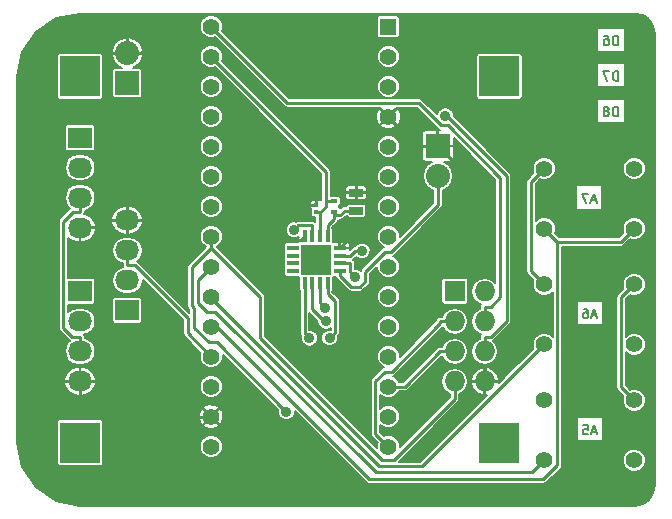
<source format=gbl>
%FSLAX34Y34*%
G04 Gerber Fmt 3.4, Leading zero omitted, Abs format*
G04 (created by PCBNEW (2014-03-19 BZR 4756)-product) date Sun 01 Jun 2014 22:24:43 BST*
%MOIN*%
G01*
G70*
G90*
G04 APERTURE LIST*
%ADD10C,0.005906*%
%ADD11C,0.007874*%
%ADD12R,0.015748X0.039370*%
%ADD13R,0.039370X0.015748*%
%ADD14R,0.098425X0.098425*%
%ADD15C,0.019685*%
%ADD16R,0.015700X0.011800*%
%ADD17R,0.045000X0.025000*%
%ADD18R,0.068000X0.068000*%
%ADD19O,0.068000X0.068000*%
%ADD20R,0.080000X0.068000*%
%ADD21O,0.080000X0.068000*%
%ADD22R,0.023600X0.015700*%
%ADD23C,0.055000*%
%ADD24R,0.055000X0.055000*%
%ADD25R,0.080000X0.080000*%
%ADD26O,0.080000X0.080000*%
%ADD27R,0.133900X0.133900*%
%ADD28C,0.035000*%
%ADD29C,0.010000*%
%ADD30C,0.007087*%
G04 APERTURE END LIST*
G54D10*
G54D11*
X53756Y-33016D02*
X53756Y-32701D01*
X53681Y-32701D01*
X53636Y-32716D01*
X53606Y-32746D01*
X53591Y-32776D01*
X53576Y-32836D01*
X53576Y-32881D01*
X53591Y-32941D01*
X53606Y-32971D01*
X53636Y-33001D01*
X53681Y-33016D01*
X53756Y-33016D01*
X53396Y-32836D02*
X53426Y-32821D01*
X53441Y-32806D01*
X53456Y-32776D01*
X53456Y-32761D01*
X53441Y-32731D01*
X53426Y-32716D01*
X53396Y-32701D01*
X53336Y-32701D01*
X53306Y-32716D01*
X53291Y-32731D01*
X53276Y-32761D01*
X53276Y-32776D01*
X53291Y-32806D01*
X53306Y-32821D01*
X53336Y-32836D01*
X53396Y-32836D01*
X53426Y-32851D01*
X53441Y-32866D01*
X53456Y-32896D01*
X53456Y-32956D01*
X53441Y-32986D01*
X53426Y-33001D01*
X53396Y-33016D01*
X53336Y-33016D01*
X53306Y-33001D01*
X53291Y-32986D01*
X53276Y-32956D01*
X53276Y-32896D01*
X53291Y-32866D01*
X53306Y-32851D01*
X53336Y-32836D01*
X53756Y-31835D02*
X53756Y-31520D01*
X53681Y-31520D01*
X53636Y-31535D01*
X53606Y-31565D01*
X53591Y-31595D01*
X53576Y-31655D01*
X53576Y-31700D01*
X53591Y-31760D01*
X53606Y-31790D01*
X53636Y-31820D01*
X53681Y-31835D01*
X53756Y-31835D01*
X53471Y-31520D02*
X53261Y-31520D01*
X53396Y-31835D01*
X53756Y-30654D02*
X53756Y-30339D01*
X53681Y-30339D01*
X53636Y-30354D01*
X53606Y-30384D01*
X53591Y-30414D01*
X53576Y-30474D01*
X53576Y-30519D01*
X53591Y-30579D01*
X53606Y-30609D01*
X53636Y-30639D01*
X53681Y-30654D01*
X53756Y-30654D01*
X53306Y-30339D02*
X53366Y-30339D01*
X53396Y-30354D01*
X53411Y-30369D01*
X53441Y-30414D01*
X53456Y-30474D01*
X53456Y-30594D01*
X53441Y-30624D01*
X53426Y-30639D01*
X53396Y-30654D01*
X53336Y-30654D01*
X53306Y-30639D01*
X53291Y-30624D01*
X53276Y-30594D01*
X53276Y-30519D01*
X53291Y-30489D01*
X53306Y-30474D01*
X53336Y-30459D01*
X53396Y-30459D01*
X53426Y-30474D01*
X53441Y-30489D01*
X53456Y-30519D01*
X53020Y-35820D02*
X52870Y-35820D01*
X53050Y-35910D02*
X52945Y-35595D01*
X52840Y-35910D01*
X52765Y-35595D02*
X52555Y-35595D01*
X52690Y-35910D01*
X53039Y-39658D02*
X52889Y-39658D01*
X53069Y-39748D02*
X52964Y-39433D01*
X52859Y-39748D01*
X52619Y-39433D02*
X52679Y-39433D01*
X52709Y-39448D01*
X52724Y-39463D01*
X52754Y-39508D01*
X52769Y-39568D01*
X52769Y-39688D01*
X52754Y-39718D01*
X52739Y-39733D01*
X52709Y-39748D01*
X52649Y-39748D01*
X52619Y-39733D01*
X52604Y-39718D01*
X52589Y-39688D01*
X52589Y-39613D01*
X52604Y-39583D01*
X52619Y-39568D01*
X52649Y-39553D01*
X52709Y-39553D01*
X52739Y-39568D01*
X52754Y-39583D01*
X52769Y-39613D01*
X53039Y-43536D02*
X52889Y-43536D01*
X53069Y-43626D02*
X52964Y-43311D01*
X52859Y-43626D01*
X52604Y-43311D02*
X52754Y-43311D01*
X52769Y-43461D01*
X52754Y-43446D01*
X52724Y-43431D01*
X52649Y-43431D01*
X52619Y-43446D01*
X52604Y-43461D01*
X52589Y-43491D01*
X52589Y-43566D01*
X52604Y-43596D01*
X52619Y-43611D01*
X52649Y-43626D01*
X52724Y-43626D01*
X52754Y-43611D01*
X52769Y-43596D01*
G54D12*
X44084Y-37007D03*
X43828Y-37007D03*
X43572Y-37007D03*
X43316Y-37007D03*
G54D13*
X42913Y-37411D03*
X42913Y-37667D03*
X42913Y-37923D03*
X42913Y-38179D03*
G54D12*
X43316Y-38582D03*
X43572Y-38582D03*
X43828Y-38582D03*
X44084Y-38582D03*
G54D13*
X44488Y-38179D03*
X44488Y-37923D03*
X44488Y-37667D03*
X44488Y-37411D03*
G54D14*
X43700Y-37795D03*
G54D15*
X43937Y-37559D03*
X43464Y-37559D03*
X43464Y-38031D03*
X43937Y-38031D03*
G54D16*
X43708Y-36224D03*
X43708Y-35988D03*
G54D17*
X45031Y-36166D03*
X45031Y-35566D03*
G54D18*
X48318Y-38854D03*
G54D19*
X49318Y-38854D03*
X48318Y-39854D03*
X49318Y-39854D03*
X48318Y-40854D03*
X49318Y-40854D03*
X48318Y-41854D03*
X49318Y-41854D03*
G54D20*
X37401Y-39492D03*
G54D21*
X37401Y-38492D03*
X37401Y-37492D03*
X37401Y-36492D03*
G54D20*
X35826Y-33736D03*
G54D21*
X35826Y-34736D03*
X35826Y-35736D03*
X35826Y-36736D03*
G54D20*
X35826Y-38854D03*
G54D21*
X35826Y-39854D03*
X35826Y-40854D03*
X35826Y-41854D03*
G54D22*
X44291Y-35846D03*
X44291Y-36200D03*
G54D23*
X54295Y-42484D03*
X54295Y-44484D03*
X51295Y-42484D03*
X51295Y-44484D03*
X54295Y-38625D03*
X54295Y-40625D03*
X51295Y-38625D03*
X51295Y-40625D03*
X54295Y-34767D03*
X54295Y-36767D03*
X51295Y-34767D03*
X51295Y-36767D03*
X46102Y-44035D03*
X40196Y-43035D03*
X40196Y-42035D03*
X40196Y-41035D03*
X40196Y-40035D03*
X40196Y-39035D03*
X40196Y-38035D03*
X40196Y-37035D03*
X40196Y-36035D03*
X40196Y-35035D03*
X40196Y-34035D03*
X40196Y-33035D03*
X40196Y-32035D03*
X40196Y-31035D03*
X40196Y-30035D03*
G54D24*
X46102Y-30035D03*
G54D23*
X46102Y-31035D03*
X46102Y-32035D03*
X46102Y-33035D03*
X46102Y-34035D03*
X46102Y-35035D03*
X46102Y-36035D03*
X46102Y-37035D03*
X46102Y-38035D03*
X46102Y-39035D03*
X46102Y-40035D03*
X46102Y-41035D03*
X46102Y-42035D03*
X46102Y-43035D03*
X40196Y-44035D03*
G54D25*
X47755Y-34007D03*
G54D26*
X47755Y-35007D03*
G54D27*
X35826Y-31692D03*
X49803Y-31692D03*
X49803Y-43897D03*
X35826Y-43897D03*
G54D25*
X37401Y-31917D03*
G54D26*
X37401Y-30917D03*
G54D28*
X45227Y-37510D03*
X48008Y-33001D03*
X42704Y-42870D03*
X44144Y-40409D03*
X43996Y-39401D03*
X44016Y-39851D03*
X43473Y-40416D03*
X42958Y-36806D03*
X45008Y-38388D03*
G54D29*
X44157Y-35846D02*
X44291Y-35846D01*
X40196Y-31035D02*
X44023Y-34862D01*
X44023Y-34862D02*
X44023Y-35846D01*
X45227Y-37510D02*
X44991Y-37510D01*
X44991Y-37510D02*
X44835Y-37667D01*
X44488Y-37667D02*
X44835Y-37667D01*
X43828Y-37007D02*
X43828Y-36224D01*
X44157Y-35846D02*
X44023Y-35846D01*
X43828Y-36224D02*
X44023Y-36029D01*
X44023Y-36029D02*
X44023Y-35846D01*
X43708Y-36224D02*
X43828Y-36224D01*
X46907Y-33840D02*
X47026Y-33959D01*
X47026Y-33959D02*
X47157Y-33959D01*
X47157Y-33959D02*
X47205Y-34007D01*
X46102Y-33035D02*
X46907Y-33840D01*
X45031Y-35291D02*
X45218Y-35291D01*
X45218Y-35291D02*
X45973Y-34535D01*
X45973Y-34535D02*
X46211Y-34535D01*
X46211Y-34535D02*
X46907Y-33840D01*
X45031Y-35566D02*
X45031Y-35291D01*
X45031Y-35606D02*
X45031Y-35566D01*
X45031Y-35606D02*
X45031Y-35841D01*
X44488Y-37411D02*
X45406Y-36492D01*
X45406Y-36492D02*
X45406Y-35975D01*
X45406Y-35975D02*
X45272Y-35841D01*
X45272Y-35841D02*
X45031Y-35841D01*
X47755Y-34007D02*
X47205Y-34007D01*
X47755Y-34007D02*
X48814Y-35066D01*
X48814Y-35066D02*
X48814Y-41063D01*
X48814Y-41063D02*
X49115Y-41364D01*
X49115Y-41364D02*
X49318Y-41364D01*
X42491Y-36776D02*
X42491Y-36798D01*
X42491Y-36798D02*
X42824Y-37131D01*
X42824Y-37131D02*
X43193Y-37131D01*
X43193Y-37131D02*
X43316Y-37007D01*
X35826Y-41854D02*
X35826Y-42344D01*
X40196Y-43035D02*
X36517Y-43035D01*
X36517Y-43035D02*
X35826Y-42344D01*
X43708Y-35988D02*
X43279Y-35988D01*
X43279Y-35988D02*
X42491Y-36776D01*
X49318Y-41854D02*
X49318Y-41364D01*
X37401Y-36492D02*
X42206Y-36492D01*
X42206Y-36492D02*
X42491Y-36776D01*
X37401Y-35925D02*
X37425Y-35901D01*
X37425Y-35901D02*
X37992Y-35901D01*
X37984Y-30917D02*
X37401Y-30917D01*
X37992Y-30925D02*
X37992Y-35901D01*
X37984Y-30917D02*
X37992Y-30925D01*
X37401Y-36492D02*
X37401Y-35925D01*
X51295Y-34767D02*
X50855Y-35207D01*
X50855Y-35207D02*
X50855Y-38186D01*
X50855Y-38186D02*
X51295Y-38625D01*
X54295Y-38625D02*
X53863Y-39057D01*
X53863Y-39057D02*
X53863Y-42052D01*
X53863Y-42052D02*
X54295Y-42484D01*
X37401Y-37982D02*
X37646Y-37982D01*
X37646Y-37982D02*
X39421Y-39757D01*
X39421Y-39757D02*
X39421Y-40260D01*
X39421Y-40260D02*
X40196Y-41035D01*
X37401Y-37492D02*
X37401Y-37982D01*
X44084Y-37007D02*
X44084Y-36660D01*
X44084Y-36660D02*
X44291Y-36454D01*
X44291Y-36454D02*
X44291Y-36314D01*
X45031Y-36166D02*
X44656Y-36166D01*
X44291Y-36314D02*
X44507Y-36314D01*
X44507Y-36314D02*
X44656Y-36166D01*
X44291Y-36200D02*
X44291Y-36314D01*
X48318Y-39854D02*
X47828Y-39854D01*
X46102Y-44035D02*
X45675Y-43608D01*
X45675Y-43608D02*
X45675Y-41849D01*
X45675Y-41849D02*
X45989Y-41535D01*
X45989Y-41535D02*
X46216Y-41535D01*
X46216Y-41535D02*
X47828Y-39923D01*
X47828Y-39923D02*
X47828Y-39854D01*
X40196Y-30035D02*
X42741Y-32580D01*
X42741Y-32580D02*
X47127Y-32580D01*
X47127Y-32580D02*
X47873Y-33326D01*
X47873Y-33326D02*
X48090Y-33326D01*
X48090Y-33326D02*
X49828Y-35065D01*
X49828Y-35065D02*
X49828Y-39057D01*
X49828Y-39057D02*
X49521Y-39364D01*
X49521Y-39364D02*
X49318Y-39364D01*
X49318Y-39854D02*
X49318Y-39364D01*
X48318Y-40854D02*
X47828Y-40854D01*
X46102Y-42035D02*
X46647Y-42035D01*
X46647Y-42035D02*
X47828Y-40854D01*
X49318Y-40854D02*
X49318Y-40364D01*
X48008Y-33001D02*
X48048Y-33001D01*
X48048Y-33001D02*
X50051Y-35004D01*
X50051Y-35004D02*
X50051Y-39834D01*
X50051Y-39834D02*
X49521Y-40364D01*
X49521Y-40364D02*
X49318Y-40364D01*
X40196Y-37409D02*
X39557Y-38048D01*
X39557Y-38048D02*
X39557Y-39357D01*
X39557Y-39357D02*
X39625Y-39425D01*
X39625Y-39425D02*
X39625Y-40066D01*
X39625Y-40066D02*
X40117Y-40558D01*
X40117Y-40558D02*
X40392Y-40558D01*
X40392Y-40558D02*
X42704Y-42870D01*
X40196Y-37409D02*
X41841Y-39054D01*
X41841Y-39054D02*
X41841Y-40404D01*
X41841Y-40404D02*
X45903Y-44465D01*
X45903Y-44465D02*
X46296Y-44465D01*
X46296Y-44465D02*
X48318Y-42442D01*
X48318Y-42442D02*
X48318Y-41854D01*
X40196Y-37035D02*
X40196Y-37409D01*
X35826Y-40854D02*
X35826Y-40364D01*
X35826Y-35736D02*
X35826Y-36226D01*
X35826Y-36226D02*
X35581Y-36226D01*
X35581Y-36226D02*
X35274Y-36533D01*
X35274Y-36533D02*
X35274Y-40075D01*
X35274Y-40075D02*
X35563Y-40364D01*
X35563Y-40364D02*
X35826Y-40364D01*
X51295Y-44484D02*
X50893Y-44885D01*
X50893Y-44885D02*
X45691Y-44885D01*
X45691Y-44885D02*
X40340Y-39535D01*
X40340Y-39535D02*
X40070Y-39535D01*
X40070Y-39535D02*
X39764Y-39229D01*
X39764Y-39229D02*
X39764Y-38466D01*
X39764Y-38466D02*
X40196Y-38035D01*
X40196Y-39035D02*
X40196Y-39071D01*
X40196Y-39071D02*
X45808Y-44683D01*
X45808Y-44683D02*
X47237Y-44683D01*
X47237Y-44683D02*
X51295Y-40625D01*
X51733Y-37205D02*
X51733Y-44651D01*
X51733Y-44651D02*
X51273Y-45110D01*
X51273Y-45110D02*
X45457Y-45110D01*
X45457Y-45110D02*
X40381Y-40035D01*
X40381Y-40035D02*
X40196Y-40035D01*
X51733Y-37205D02*
X51295Y-36767D01*
X51733Y-37205D02*
X53857Y-37205D01*
X53857Y-37205D02*
X54295Y-36767D01*
X44144Y-40409D02*
X44342Y-40211D01*
X44342Y-40211D02*
X44342Y-39187D01*
X44342Y-39187D02*
X44084Y-38929D01*
X44084Y-38582D02*
X44084Y-38929D01*
X43828Y-38582D02*
X43828Y-39234D01*
X43828Y-39234D02*
X43996Y-39401D01*
X43572Y-38582D02*
X43572Y-39457D01*
X43572Y-39457D02*
X43966Y-39851D01*
X43966Y-39851D02*
X44016Y-39851D01*
X43316Y-38582D02*
X43316Y-40260D01*
X43316Y-40260D02*
X43473Y-40416D01*
X43572Y-36660D02*
X43104Y-36660D01*
X43104Y-36660D02*
X42958Y-36806D01*
X43572Y-37007D02*
X43572Y-36660D01*
X44835Y-37923D02*
X44835Y-38215D01*
X44835Y-38215D02*
X45008Y-38388D01*
X44488Y-37923D02*
X44835Y-37923D01*
X44488Y-38179D02*
X44488Y-38327D01*
X44488Y-38327D02*
X44874Y-38713D01*
X44874Y-38713D02*
X45143Y-38713D01*
X45143Y-38713D02*
X45333Y-38523D01*
X45333Y-38523D02*
X45333Y-38201D01*
X45333Y-38201D02*
X46000Y-37535D01*
X46000Y-37535D02*
X46203Y-37535D01*
X46203Y-37535D02*
X47755Y-35983D01*
X47755Y-35983D02*
X47755Y-35007D01*
G54D10*
G36*
X43338Y-37021D02*
X43330Y-37021D01*
X43330Y-37029D01*
X43303Y-37029D01*
X43303Y-37021D01*
X43295Y-37021D01*
X43295Y-36994D01*
X43303Y-36994D01*
X43303Y-36986D01*
X43330Y-36986D01*
X43330Y-36994D01*
X43338Y-36994D01*
X43338Y-37021D01*
X43338Y-37021D01*
G37*
G54D30*
X43338Y-37021D02*
X43330Y-37021D01*
X43330Y-37029D01*
X43303Y-37029D01*
X43303Y-37021D01*
X43295Y-37021D01*
X43295Y-36994D01*
X43303Y-36994D01*
X43303Y-36986D01*
X43330Y-36986D01*
X43330Y-36994D01*
X43338Y-36994D01*
X43338Y-37021D01*
G54D10*
G36*
X54992Y-45322D02*
X54939Y-45586D01*
X54796Y-45800D01*
X54676Y-45880D01*
X54676Y-44408D01*
X54676Y-42408D01*
X54618Y-42268D01*
X54511Y-42161D01*
X54371Y-42103D01*
X54219Y-42102D01*
X54159Y-42127D01*
X54019Y-41987D01*
X54019Y-40889D01*
X54079Y-40949D01*
X54219Y-41007D01*
X54370Y-41007D01*
X54510Y-40949D01*
X54618Y-40842D01*
X54676Y-40702D01*
X54676Y-40550D01*
X54618Y-40410D01*
X54511Y-40302D01*
X54371Y-40244D01*
X54219Y-40244D01*
X54079Y-40302D01*
X54019Y-40362D01*
X54019Y-39122D01*
X54159Y-38982D01*
X54219Y-39007D01*
X54370Y-39007D01*
X54510Y-38949D01*
X54618Y-38842D01*
X54676Y-38702D01*
X54676Y-38550D01*
X54676Y-36692D01*
X54676Y-34692D01*
X54618Y-34552D01*
X54511Y-34444D01*
X54371Y-34386D01*
X54219Y-34386D01*
X54079Y-34444D01*
X53976Y-34546D01*
X53976Y-33240D01*
X53976Y-32429D01*
X53976Y-32059D01*
X53976Y-31248D01*
X53976Y-30877D01*
X53976Y-30066D01*
X53070Y-30066D01*
X53070Y-30877D01*
X53976Y-30877D01*
X53976Y-31248D01*
X53070Y-31248D01*
X53070Y-32059D01*
X53976Y-32059D01*
X53976Y-32429D01*
X53070Y-32429D01*
X53070Y-33240D01*
X53976Y-33240D01*
X53976Y-34546D01*
X53972Y-34551D01*
X53914Y-34691D01*
X53913Y-34843D01*
X53971Y-34983D01*
X54079Y-35090D01*
X54219Y-35148D01*
X54370Y-35149D01*
X54510Y-35091D01*
X54618Y-34983D01*
X54676Y-34843D01*
X54676Y-34692D01*
X54676Y-36692D01*
X54618Y-36552D01*
X54511Y-36444D01*
X54371Y-36386D01*
X54219Y-36386D01*
X54079Y-36444D01*
X53972Y-36551D01*
X53914Y-36691D01*
X53913Y-36843D01*
X53938Y-36903D01*
X53792Y-37049D01*
X53225Y-37049D01*
X53225Y-36133D01*
X53225Y-35322D01*
X52364Y-35322D01*
X52364Y-36133D01*
X53225Y-36133D01*
X53225Y-37049D01*
X51798Y-37049D01*
X51651Y-36903D01*
X51676Y-36843D01*
X51676Y-36692D01*
X51618Y-36552D01*
X51511Y-36444D01*
X51371Y-36386D01*
X51219Y-36386D01*
X51079Y-36444D01*
X51012Y-36511D01*
X51012Y-35271D01*
X51159Y-35124D01*
X51219Y-35148D01*
X51370Y-35149D01*
X51510Y-35091D01*
X51618Y-34983D01*
X51676Y-34843D01*
X51676Y-34692D01*
X51618Y-34552D01*
X51511Y-34444D01*
X51371Y-34386D01*
X51219Y-34386D01*
X51079Y-34444D01*
X50972Y-34551D01*
X50914Y-34691D01*
X50913Y-34843D01*
X50938Y-34903D01*
X50745Y-35096D01*
X50711Y-35147D01*
X50699Y-35207D01*
X50699Y-38186D01*
X50711Y-38246D01*
X50745Y-38297D01*
X50938Y-38490D01*
X50914Y-38549D01*
X50913Y-38701D01*
X50971Y-38841D01*
X51079Y-38949D01*
X51219Y-39007D01*
X51370Y-39007D01*
X51510Y-38949D01*
X51577Y-38883D01*
X51577Y-40368D01*
X51511Y-40302D01*
X51371Y-40244D01*
X51219Y-40244D01*
X51079Y-40302D01*
X50972Y-40409D01*
X50914Y-40549D01*
X50913Y-40701D01*
X50938Y-40761D01*
X50578Y-41121D01*
X50578Y-32383D01*
X50578Y-32341D01*
X50578Y-31002D01*
X50562Y-30963D01*
X50532Y-30933D01*
X50493Y-30917D01*
X50451Y-30917D01*
X49112Y-30917D01*
X49073Y-30933D01*
X49043Y-30963D01*
X49027Y-31002D01*
X49027Y-31044D01*
X49027Y-32383D01*
X49043Y-32422D01*
X49073Y-32452D01*
X49112Y-32468D01*
X49154Y-32468D01*
X50493Y-32468D01*
X50532Y-32452D01*
X50562Y-32422D01*
X50578Y-32383D01*
X50578Y-41121D01*
X50207Y-41492D01*
X50207Y-39834D01*
X50207Y-35004D01*
X50195Y-34944D01*
X50195Y-34944D01*
X50184Y-34927D01*
X50161Y-34894D01*
X50161Y-34894D01*
X48289Y-33021D01*
X48289Y-32945D01*
X48246Y-32842D01*
X48167Y-32763D01*
X48064Y-32720D01*
X47952Y-32720D01*
X47849Y-32763D01*
X47770Y-32842D01*
X47727Y-32945D01*
X47727Y-32959D01*
X47238Y-32470D01*
X47187Y-32436D01*
X47127Y-32424D01*
X46483Y-32424D01*
X46483Y-31959D01*
X46483Y-30959D01*
X46483Y-30959D01*
X46483Y-30331D01*
X46483Y-30289D01*
X46483Y-29739D01*
X46467Y-29700D01*
X46437Y-29670D01*
X46398Y-29654D01*
X46356Y-29654D01*
X45806Y-29654D01*
X45767Y-29670D01*
X45737Y-29700D01*
X45721Y-29739D01*
X45721Y-29781D01*
X45721Y-30331D01*
X45737Y-30370D01*
X45767Y-30400D01*
X45806Y-30416D01*
X45848Y-30416D01*
X46398Y-30416D01*
X46437Y-30400D01*
X46467Y-30370D01*
X46483Y-30331D01*
X46483Y-30959D01*
X46425Y-30819D01*
X46318Y-30712D01*
X46178Y-30654D01*
X46026Y-30654D01*
X45886Y-30711D01*
X45779Y-30819D01*
X45721Y-30959D01*
X45720Y-31110D01*
X45778Y-31251D01*
X45886Y-31358D01*
X46026Y-31416D01*
X46177Y-31416D01*
X46318Y-31358D01*
X46425Y-31251D01*
X46483Y-31111D01*
X46483Y-30959D01*
X46483Y-31959D01*
X46425Y-31819D01*
X46318Y-31712D01*
X46178Y-31654D01*
X46026Y-31654D01*
X45886Y-31711D01*
X45779Y-31819D01*
X45721Y-31959D01*
X45720Y-32110D01*
X45778Y-32251D01*
X45886Y-32358D01*
X46026Y-32416D01*
X46177Y-32416D01*
X46318Y-32358D01*
X46425Y-32251D01*
X46483Y-32111D01*
X46483Y-31959D01*
X46483Y-32424D01*
X42806Y-32424D01*
X40552Y-30170D01*
X40577Y-30111D01*
X40577Y-29959D01*
X40519Y-29819D01*
X40412Y-29712D01*
X40272Y-29654D01*
X40120Y-29654D01*
X39980Y-29711D01*
X39873Y-29819D01*
X39815Y-29959D01*
X39814Y-30110D01*
X39872Y-30251D01*
X39980Y-30358D01*
X40120Y-30416D01*
X40271Y-30416D01*
X40331Y-30391D01*
X42631Y-32691D01*
X42681Y-32725D01*
X42741Y-32736D01*
X45848Y-32736D01*
X45841Y-32754D01*
X46102Y-33015D01*
X46363Y-32754D01*
X46355Y-32736D01*
X47062Y-32736D01*
X47763Y-33437D01*
X47813Y-33471D01*
X47813Y-33471D01*
X47823Y-33473D01*
X47828Y-33474D01*
X47803Y-33474D01*
X47769Y-33507D01*
X47769Y-33994D01*
X48256Y-33994D01*
X48289Y-33960D01*
X48289Y-33747D01*
X49672Y-35129D01*
X49672Y-38586D01*
X49634Y-38530D01*
X49489Y-38433D01*
X49318Y-38399D01*
X49148Y-38433D01*
X49003Y-38530D01*
X48906Y-38674D01*
X48872Y-38845D01*
X48872Y-38863D01*
X48906Y-39033D01*
X49003Y-39178D01*
X49148Y-39275D01*
X49188Y-39283D01*
X49174Y-39304D01*
X49162Y-39364D01*
X49162Y-39430D01*
X49148Y-39433D01*
X49003Y-39530D01*
X48906Y-39674D01*
X48872Y-39845D01*
X48872Y-39863D01*
X48906Y-40033D01*
X49003Y-40178D01*
X49148Y-40275D01*
X49188Y-40283D01*
X49174Y-40304D01*
X49162Y-40364D01*
X49162Y-40430D01*
X49148Y-40433D01*
X49003Y-40530D01*
X48906Y-40674D01*
X48872Y-40845D01*
X48872Y-40863D01*
X48906Y-41033D01*
X49003Y-41178D01*
X49148Y-41275D01*
X49318Y-41309D01*
X49489Y-41275D01*
X49634Y-41178D01*
X49731Y-41033D01*
X49765Y-40863D01*
X49765Y-40845D01*
X49731Y-40674D01*
X49634Y-40530D01*
X49592Y-40501D01*
X49632Y-40474D01*
X50161Y-39945D01*
X50195Y-39894D01*
X50195Y-39894D01*
X50197Y-39884D01*
X50207Y-39834D01*
X50207Y-39834D01*
X50207Y-41492D01*
X49784Y-41915D01*
X49784Y-41766D01*
X49715Y-41595D01*
X49586Y-41463D01*
X49416Y-41390D01*
X49406Y-41388D01*
X49332Y-41414D01*
X49332Y-41840D01*
X49759Y-41840D01*
X49784Y-41766D01*
X49784Y-41915D01*
X49777Y-41922D01*
X49759Y-41868D01*
X49332Y-41868D01*
X49332Y-42294D01*
X49386Y-42313D01*
X49305Y-42395D01*
X49305Y-42294D01*
X49305Y-41868D01*
X49305Y-41840D01*
X49305Y-41414D01*
X49231Y-41388D01*
X49221Y-41390D01*
X49051Y-41463D01*
X48922Y-41595D01*
X48853Y-41766D01*
X48878Y-41840D01*
X49305Y-41840D01*
X49305Y-41868D01*
X48878Y-41868D01*
X48853Y-41942D01*
X48922Y-42113D01*
X49051Y-42245D01*
X49221Y-42318D01*
X49231Y-42320D01*
X49305Y-42294D01*
X49305Y-42395D01*
X47172Y-44527D01*
X46455Y-44527D01*
X48429Y-42553D01*
X48463Y-42502D01*
X48475Y-42442D01*
X48475Y-42278D01*
X48489Y-42275D01*
X48634Y-42178D01*
X48731Y-42033D01*
X48765Y-41863D01*
X48765Y-41845D01*
X48731Y-41674D01*
X48634Y-41530D01*
X48489Y-41433D01*
X48318Y-41399D01*
X48148Y-41433D01*
X48003Y-41530D01*
X47906Y-41674D01*
X47872Y-41845D01*
X47872Y-41863D01*
X47906Y-42033D01*
X48003Y-42178D01*
X48148Y-42275D01*
X48162Y-42278D01*
X48162Y-42378D01*
X46483Y-44057D01*
X46483Y-43959D01*
X46425Y-43819D01*
X46318Y-43712D01*
X46178Y-43654D01*
X46026Y-43654D01*
X45966Y-43678D01*
X45831Y-43543D01*
X45831Y-43304D01*
X45886Y-43358D01*
X46026Y-43416D01*
X46177Y-43416D01*
X46318Y-43358D01*
X46425Y-43251D01*
X46483Y-43111D01*
X46483Y-42959D01*
X46425Y-42819D01*
X46318Y-42712D01*
X46178Y-42654D01*
X46026Y-42654D01*
X45886Y-42711D01*
X45831Y-42766D01*
X45831Y-42304D01*
X45886Y-42358D01*
X46026Y-42416D01*
X46177Y-42416D01*
X46318Y-42358D01*
X46425Y-42251D01*
X46450Y-42191D01*
X46647Y-42191D01*
X46647Y-42191D01*
X46707Y-42179D01*
X46758Y-42145D01*
X47893Y-41010D01*
X47901Y-41010D01*
X47906Y-41033D01*
X48003Y-41178D01*
X48148Y-41275D01*
X48318Y-41309D01*
X48489Y-41275D01*
X48634Y-41178D01*
X48731Y-41033D01*
X48765Y-40863D01*
X48765Y-40845D01*
X48731Y-40674D01*
X48634Y-40530D01*
X48489Y-40433D01*
X48318Y-40399D01*
X48148Y-40433D01*
X48003Y-40530D01*
X47906Y-40674D01*
X47901Y-40698D01*
X47828Y-40698D01*
X47768Y-40709D01*
X47718Y-40743D01*
X46582Y-41879D01*
X46450Y-41879D01*
X46425Y-41819D01*
X46318Y-41712D01*
X46251Y-41684D01*
X46276Y-41679D01*
X46327Y-41645D01*
X47919Y-40053D01*
X48003Y-40178D01*
X48148Y-40275D01*
X48318Y-40309D01*
X48489Y-40275D01*
X48634Y-40178D01*
X48731Y-40033D01*
X48765Y-39863D01*
X48765Y-39845D01*
X48765Y-39215D01*
X48765Y-39173D01*
X48765Y-38493D01*
X48749Y-38454D01*
X48719Y-38424D01*
X48680Y-38408D01*
X48637Y-38408D01*
X48289Y-38408D01*
X48289Y-34434D01*
X48289Y-34055D01*
X48256Y-34021D01*
X47769Y-34021D01*
X47769Y-34029D01*
X47742Y-34029D01*
X47742Y-34021D01*
X47742Y-33994D01*
X47742Y-33507D01*
X47708Y-33474D01*
X47382Y-33474D01*
X47329Y-33474D01*
X47280Y-33494D01*
X47242Y-33532D01*
X47222Y-33581D01*
X47222Y-33960D01*
X47255Y-33994D01*
X47742Y-33994D01*
X47742Y-34021D01*
X47255Y-34021D01*
X47222Y-34055D01*
X47222Y-34434D01*
X47242Y-34483D01*
X47280Y-34521D01*
X47329Y-34541D01*
X47382Y-34541D01*
X47544Y-34541D01*
X47397Y-34639D01*
X47288Y-34804D01*
X47249Y-34997D01*
X47249Y-35017D01*
X47288Y-35211D01*
X47397Y-35375D01*
X47562Y-35485D01*
X47599Y-35493D01*
X47599Y-35918D01*
X46511Y-37006D01*
X46511Y-32956D01*
X46450Y-32805D01*
X46447Y-32801D01*
X46383Y-32774D01*
X46121Y-33035D01*
X46383Y-33296D01*
X46447Y-33269D01*
X46510Y-33119D01*
X46511Y-32956D01*
X46511Y-37006D01*
X46483Y-37034D01*
X46483Y-36959D01*
X46483Y-35959D01*
X46483Y-34959D01*
X46483Y-33959D01*
X46425Y-33819D01*
X46363Y-33757D01*
X46363Y-33316D01*
X46102Y-33054D01*
X46082Y-33074D01*
X46082Y-33035D01*
X45821Y-32774D01*
X45757Y-32801D01*
X45694Y-32951D01*
X45693Y-33114D01*
X45754Y-33264D01*
X45757Y-33269D01*
X45821Y-33296D01*
X46082Y-33035D01*
X46082Y-33074D01*
X45841Y-33316D01*
X45868Y-33380D01*
X46018Y-33443D01*
X46181Y-33444D01*
X46331Y-33383D01*
X46336Y-33380D01*
X46363Y-33316D01*
X46363Y-33757D01*
X46318Y-33712D01*
X46178Y-33654D01*
X46026Y-33654D01*
X45886Y-33711D01*
X45779Y-33819D01*
X45721Y-33959D01*
X45720Y-34110D01*
X45778Y-34251D01*
X45886Y-34358D01*
X46026Y-34416D01*
X46177Y-34416D01*
X46318Y-34358D01*
X46425Y-34251D01*
X46483Y-34111D01*
X46483Y-33959D01*
X46483Y-34959D01*
X46425Y-34819D01*
X46318Y-34712D01*
X46178Y-34654D01*
X46026Y-34654D01*
X45886Y-34711D01*
X45779Y-34819D01*
X45721Y-34959D01*
X45720Y-35110D01*
X45778Y-35251D01*
X45886Y-35358D01*
X46026Y-35416D01*
X46177Y-35416D01*
X46318Y-35358D01*
X46425Y-35251D01*
X46483Y-35111D01*
X46483Y-34959D01*
X46483Y-35959D01*
X46425Y-35819D01*
X46318Y-35712D01*
X46178Y-35654D01*
X46026Y-35654D01*
X45886Y-35711D01*
X45779Y-35819D01*
X45721Y-35959D01*
X45720Y-36110D01*
X45778Y-36251D01*
X45886Y-36358D01*
X46026Y-36416D01*
X46177Y-36416D01*
X46318Y-36358D01*
X46425Y-36251D01*
X46483Y-36111D01*
X46483Y-35959D01*
X46483Y-36959D01*
X46425Y-36819D01*
X46318Y-36712D01*
X46178Y-36654D01*
X46026Y-36654D01*
X45886Y-36711D01*
X45779Y-36819D01*
X45721Y-36959D01*
X45720Y-37110D01*
X45778Y-37251D01*
X45886Y-37358D01*
X45956Y-37387D01*
X45940Y-37391D01*
X45889Y-37424D01*
X45223Y-38091D01*
X45189Y-38141D01*
X45184Y-38166D01*
X45168Y-38150D01*
X45064Y-38107D01*
X44991Y-38107D01*
X44991Y-37923D01*
X44979Y-37863D01*
X44945Y-37812D01*
X44919Y-37795D01*
X44945Y-37777D01*
X45021Y-37702D01*
X45068Y-37749D01*
X45171Y-37791D01*
X45283Y-37792D01*
X45386Y-37749D01*
X45466Y-37670D01*
X45508Y-37566D01*
X45509Y-37455D01*
X45466Y-37351D01*
X45390Y-37275D01*
X45390Y-35717D01*
X45390Y-35613D01*
X45390Y-35518D01*
X45390Y-35414D01*
X45369Y-35365D01*
X45332Y-35327D01*
X45283Y-35307D01*
X45229Y-35307D01*
X45078Y-35307D01*
X45045Y-35340D01*
X45045Y-35552D01*
X45356Y-35552D01*
X45390Y-35518D01*
X45390Y-35613D01*
X45356Y-35579D01*
X45045Y-35579D01*
X45045Y-35791D01*
X45078Y-35825D01*
X45229Y-35825D01*
X45283Y-35825D01*
X45332Y-35804D01*
X45369Y-35766D01*
X45390Y-35717D01*
X45390Y-37275D01*
X45387Y-37272D01*
X45283Y-37229D01*
X45171Y-37229D01*
X45068Y-37272D01*
X44989Y-37351D01*
X44987Y-37355D01*
X44941Y-37364D01*
X44931Y-37366D01*
X44881Y-37400D01*
X44818Y-37462D01*
X44818Y-37458D01*
X44818Y-37364D01*
X44818Y-37306D01*
X44798Y-37256D01*
X44760Y-37219D01*
X44711Y-37198D01*
X44658Y-37198D01*
X44535Y-37198D01*
X44501Y-37232D01*
X44501Y-37397D01*
X44785Y-37397D01*
X44818Y-37364D01*
X44818Y-37458D01*
X44785Y-37425D01*
X44501Y-37425D01*
X44501Y-37433D01*
X44474Y-37433D01*
X44474Y-37425D01*
X44466Y-37425D01*
X44466Y-37397D01*
X44474Y-37397D01*
X44474Y-37232D01*
X44440Y-37198D01*
X44317Y-37198D01*
X44269Y-37198D01*
X44269Y-37183D01*
X44269Y-36789D01*
X44253Y-36750D01*
X44240Y-36738D01*
X44240Y-36725D01*
X44401Y-36564D01*
X44435Y-36514D01*
X44435Y-36514D01*
X44437Y-36504D01*
X44444Y-36471D01*
X44507Y-36471D01*
X44507Y-36471D01*
X44567Y-36459D01*
X44618Y-36425D01*
X44709Y-36334D01*
X44716Y-36351D01*
X44746Y-36381D01*
X44785Y-36397D01*
X44827Y-36397D01*
X45277Y-36397D01*
X45316Y-36381D01*
X45346Y-36351D01*
X45362Y-36312D01*
X45362Y-36269D01*
X45362Y-36019D01*
X45346Y-35980D01*
X45316Y-35951D01*
X45277Y-35934D01*
X45235Y-35934D01*
X45017Y-35934D01*
X45017Y-35791D01*
X45017Y-35579D01*
X45017Y-35552D01*
X45017Y-35340D01*
X44984Y-35307D01*
X44833Y-35307D01*
X44779Y-35307D01*
X44730Y-35327D01*
X44693Y-35365D01*
X44672Y-35414D01*
X44672Y-35518D01*
X44706Y-35552D01*
X45017Y-35552D01*
X45017Y-35579D01*
X44706Y-35579D01*
X44672Y-35613D01*
X44672Y-35717D01*
X44693Y-35766D01*
X44730Y-35804D01*
X44779Y-35825D01*
X44833Y-35825D01*
X44984Y-35825D01*
X45017Y-35791D01*
X45017Y-35934D01*
X44785Y-35934D01*
X44746Y-35951D01*
X44716Y-35980D01*
X44704Y-36009D01*
X44656Y-36009D01*
X44606Y-36019D01*
X44596Y-36021D01*
X44545Y-36055D01*
X44511Y-36090D01*
X44499Y-36061D01*
X44469Y-36032D01*
X44449Y-36023D01*
X44469Y-36015D01*
X44499Y-35985D01*
X44515Y-35946D01*
X44515Y-35903D01*
X44515Y-35746D01*
X44499Y-35707D01*
X44469Y-35678D01*
X44430Y-35661D01*
X44388Y-35661D01*
X44179Y-35661D01*
X44179Y-34862D01*
X44167Y-34802D01*
X44133Y-34751D01*
X40552Y-31170D01*
X40577Y-31111D01*
X40577Y-30959D01*
X40519Y-30819D01*
X40412Y-30712D01*
X40272Y-30654D01*
X40120Y-30654D01*
X39980Y-30711D01*
X39873Y-30819D01*
X39815Y-30959D01*
X39814Y-31110D01*
X39872Y-31251D01*
X39980Y-31358D01*
X40120Y-31416D01*
X40271Y-31416D01*
X40331Y-31391D01*
X43866Y-34927D01*
X43866Y-35819D01*
X43862Y-35815D01*
X43813Y-35795D01*
X43760Y-35795D01*
X43755Y-35795D01*
X43722Y-35828D01*
X43722Y-35974D01*
X43730Y-35974D01*
X43730Y-36002D01*
X43722Y-36002D01*
X43722Y-36009D01*
X43694Y-36009D01*
X43694Y-36002D01*
X43694Y-35974D01*
X43694Y-35828D01*
X43661Y-35795D01*
X43656Y-35795D01*
X43603Y-35795D01*
X43554Y-35815D01*
X43516Y-35853D01*
X43496Y-35902D01*
X43496Y-35941D01*
X43529Y-35974D01*
X43694Y-35974D01*
X43694Y-36002D01*
X43529Y-36002D01*
X43496Y-36035D01*
X43496Y-36073D01*
X43516Y-36123D01*
X43527Y-36134D01*
X43523Y-36144D01*
X43523Y-36186D01*
X43523Y-36304D01*
X43540Y-36343D01*
X43569Y-36373D01*
X43609Y-36389D01*
X43651Y-36389D01*
X43672Y-36389D01*
X43672Y-36543D01*
X43632Y-36516D01*
X43572Y-36504D01*
X43104Y-36504D01*
X43044Y-36516D01*
X43025Y-36529D01*
X43015Y-36525D01*
X42903Y-36525D01*
X42799Y-36567D01*
X42720Y-36646D01*
X42677Y-36750D01*
X42677Y-36862D01*
X42720Y-36965D01*
X42799Y-37044D01*
X42902Y-37087D01*
X43014Y-37087D01*
X43111Y-37047D01*
X43104Y-37055D01*
X43104Y-37226D01*
X43089Y-37226D01*
X42695Y-37226D01*
X42656Y-37242D01*
X42626Y-37272D01*
X42610Y-37311D01*
X42610Y-37353D01*
X42610Y-37511D01*
X42621Y-37539D01*
X42610Y-37567D01*
X42610Y-37609D01*
X42610Y-37767D01*
X42621Y-37795D01*
X42610Y-37823D01*
X42610Y-37865D01*
X42610Y-38023D01*
X42621Y-38051D01*
X42610Y-38079D01*
X42610Y-38121D01*
X42610Y-38279D01*
X42626Y-38318D01*
X42656Y-38347D01*
X42695Y-38364D01*
X42737Y-38364D01*
X43131Y-38364D01*
X43132Y-38363D01*
X43131Y-38364D01*
X43131Y-38406D01*
X43131Y-38800D01*
X43148Y-38839D01*
X43160Y-38852D01*
X43160Y-40260D01*
X43172Y-40319D01*
X43195Y-40353D01*
X43192Y-40360D01*
X43192Y-40472D01*
X43234Y-40575D01*
X43313Y-40654D01*
X43417Y-40697D01*
X43529Y-40697D01*
X43632Y-40655D01*
X43711Y-40576D01*
X43754Y-40472D01*
X43754Y-40360D01*
X43712Y-40257D01*
X43632Y-40178D01*
X43529Y-40135D01*
X43473Y-40135D01*
X43473Y-39578D01*
X43735Y-39841D01*
X43735Y-39907D01*
X43778Y-40010D01*
X43857Y-40089D01*
X43960Y-40132D01*
X44072Y-40132D01*
X44176Y-40090D01*
X44185Y-40080D01*
X44185Y-40128D01*
X44088Y-40128D01*
X43984Y-40170D01*
X43905Y-40249D01*
X43862Y-40353D01*
X43862Y-40465D01*
X43905Y-40568D01*
X43984Y-40647D01*
X44087Y-40690D01*
X44199Y-40690D01*
X44303Y-40648D01*
X44382Y-40568D01*
X44425Y-40465D01*
X44425Y-40353D01*
X44424Y-40350D01*
X44452Y-40321D01*
X44452Y-40321D01*
X44486Y-40271D01*
X44486Y-40271D01*
X44488Y-40261D01*
X44498Y-40211D01*
X44498Y-40211D01*
X44498Y-39187D01*
X44488Y-39137D01*
X44486Y-39127D01*
X44486Y-39127D01*
X44452Y-39076D01*
X44452Y-39076D01*
X44240Y-38864D01*
X44240Y-38852D01*
X44253Y-38839D01*
X44269Y-38800D01*
X44269Y-38758D01*
X44269Y-38364D01*
X44269Y-38363D01*
X44270Y-38364D01*
X44312Y-38364D01*
X44339Y-38364D01*
X44343Y-38387D01*
X44377Y-38438D01*
X44763Y-38824D01*
X44814Y-38858D01*
X44814Y-38858D01*
X44824Y-38860D01*
X44874Y-38870D01*
X45143Y-38870D01*
X45143Y-38870D01*
X45203Y-38858D01*
X45253Y-38824D01*
X45444Y-38633D01*
X45478Y-38583D01*
X45490Y-38523D01*
X45490Y-38523D01*
X45490Y-38266D01*
X45721Y-38035D01*
X45720Y-38110D01*
X45778Y-38251D01*
X45886Y-38358D01*
X46026Y-38416D01*
X46177Y-38416D01*
X46318Y-38358D01*
X46425Y-38251D01*
X46483Y-38111D01*
X46483Y-37959D01*
X46425Y-37819D01*
X46318Y-37712D01*
X46247Y-37682D01*
X46263Y-37679D01*
X46314Y-37645D01*
X47866Y-36093D01*
X47900Y-36043D01*
X47900Y-36043D01*
X47902Y-36033D01*
X47912Y-35983D01*
X47912Y-35983D01*
X47912Y-35493D01*
X47949Y-35485D01*
X48113Y-35375D01*
X48223Y-35211D01*
X48262Y-35017D01*
X48262Y-34997D01*
X48223Y-34804D01*
X48113Y-34639D01*
X47966Y-34541D01*
X48129Y-34541D01*
X48182Y-34541D01*
X48231Y-34521D01*
X48269Y-34483D01*
X48289Y-34434D01*
X48289Y-38408D01*
X47957Y-38408D01*
X47918Y-38424D01*
X47888Y-38454D01*
X47872Y-38493D01*
X47872Y-38535D01*
X47872Y-39215D01*
X47888Y-39254D01*
X47918Y-39284D01*
X47957Y-39300D01*
X48000Y-39300D01*
X48680Y-39300D01*
X48719Y-39284D01*
X48749Y-39254D01*
X48765Y-39215D01*
X48765Y-39845D01*
X48731Y-39674D01*
X48634Y-39530D01*
X48489Y-39433D01*
X48318Y-39399D01*
X48148Y-39433D01*
X48003Y-39530D01*
X47906Y-39674D01*
X47901Y-39698D01*
X47828Y-39698D01*
X47768Y-39709D01*
X47718Y-39743D01*
X47684Y-39794D01*
X47672Y-39854D01*
X47672Y-39858D01*
X46483Y-41047D01*
X46483Y-40959D01*
X46483Y-39959D01*
X46483Y-38959D01*
X46425Y-38819D01*
X46318Y-38712D01*
X46178Y-38654D01*
X46026Y-38654D01*
X45886Y-38711D01*
X45779Y-38819D01*
X45721Y-38959D01*
X45720Y-39110D01*
X45778Y-39251D01*
X45886Y-39358D01*
X46026Y-39416D01*
X46177Y-39416D01*
X46318Y-39358D01*
X46425Y-39251D01*
X46483Y-39111D01*
X46483Y-38959D01*
X46483Y-39959D01*
X46425Y-39819D01*
X46318Y-39712D01*
X46178Y-39654D01*
X46026Y-39654D01*
X45886Y-39711D01*
X45779Y-39819D01*
X45721Y-39959D01*
X45720Y-40110D01*
X45778Y-40251D01*
X45886Y-40358D01*
X46026Y-40416D01*
X46177Y-40416D01*
X46318Y-40358D01*
X46425Y-40251D01*
X46483Y-40111D01*
X46483Y-39959D01*
X46483Y-40959D01*
X46425Y-40819D01*
X46318Y-40712D01*
X46178Y-40654D01*
X46026Y-40654D01*
X45886Y-40711D01*
X45779Y-40819D01*
X45721Y-40959D01*
X45720Y-41110D01*
X45778Y-41251D01*
X45886Y-41358D01*
X45953Y-41386D01*
X45930Y-41391D01*
X45879Y-41424D01*
X45564Y-41739D01*
X45530Y-41790D01*
X45519Y-41849D01*
X45519Y-43608D01*
X45530Y-43668D01*
X45564Y-43718D01*
X45745Y-43899D01*
X45721Y-43959D01*
X45721Y-44062D01*
X41998Y-40339D01*
X41998Y-39054D01*
X41986Y-38994D01*
X41952Y-38944D01*
X40380Y-37372D01*
X40412Y-37358D01*
X40519Y-37251D01*
X40577Y-37111D01*
X40577Y-36959D01*
X40577Y-35959D01*
X40577Y-34959D01*
X40577Y-33959D01*
X40577Y-32959D01*
X40577Y-31959D01*
X40519Y-31819D01*
X40412Y-31712D01*
X40272Y-31654D01*
X40120Y-31654D01*
X39980Y-31711D01*
X39873Y-31819D01*
X39815Y-31959D01*
X39814Y-32110D01*
X39872Y-32251D01*
X39980Y-32358D01*
X40120Y-32416D01*
X40271Y-32416D01*
X40412Y-32358D01*
X40519Y-32251D01*
X40577Y-32111D01*
X40577Y-31959D01*
X40577Y-32959D01*
X40519Y-32819D01*
X40412Y-32712D01*
X40272Y-32654D01*
X40120Y-32654D01*
X39980Y-32711D01*
X39873Y-32819D01*
X39815Y-32959D01*
X39814Y-33110D01*
X39872Y-33251D01*
X39980Y-33358D01*
X40120Y-33416D01*
X40271Y-33416D01*
X40412Y-33358D01*
X40519Y-33251D01*
X40577Y-33111D01*
X40577Y-32959D01*
X40577Y-33959D01*
X40519Y-33819D01*
X40412Y-33712D01*
X40272Y-33654D01*
X40120Y-33654D01*
X39980Y-33711D01*
X39873Y-33819D01*
X39815Y-33959D01*
X39814Y-34110D01*
X39872Y-34251D01*
X39980Y-34358D01*
X40120Y-34416D01*
X40271Y-34416D01*
X40412Y-34358D01*
X40519Y-34251D01*
X40577Y-34111D01*
X40577Y-33959D01*
X40577Y-34959D01*
X40519Y-34819D01*
X40412Y-34712D01*
X40272Y-34654D01*
X40120Y-34654D01*
X39980Y-34711D01*
X39873Y-34819D01*
X39815Y-34959D01*
X39814Y-35110D01*
X39872Y-35251D01*
X39980Y-35358D01*
X40120Y-35416D01*
X40271Y-35416D01*
X40412Y-35358D01*
X40519Y-35251D01*
X40577Y-35111D01*
X40577Y-34959D01*
X40577Y-35959D01*
X40519Y-35819D01*
X40412Y-35712D01*
X40272Y-35654D01*
X40120Y-35654D01*
X39980Y-35711D01*
X39873Y-35819D01*
X39815Y-35959D01*
X39814Y-36110D01*
X39872Y-36251D01*
X39980Y-36358D01*
X40120Y-36416D01*
X40271Y-36416D01*
X40412Y-36358D01*
X40519Y-36251D01*
X40577Y-36111D01*
X40577Y-35959D01*
X40577Y-36959D01*
X40519Y-36819D01*
X40412Y-36712D01*
X40272Y-36654D01*
X40120Y-36654D01*
X39980Y-36711D01*
X39873Y-36819D01*
X39815Y-36959D01*
X39814Y-37110D01*
X39872Y-37251D01*
X39980Y-37358D01*
X40012Y-37371D01*
X39446Y-37937D01*
X39412Y-37988D01*
X39401Y-38048D01*
X39401Y-39357D01*
X39412Y-39417D01*
X39446Y-39467D01*
X39469Y-39490D01*
X39469Y-39583D01*
X37927Y-38041D01*
X37927Y-36579D01*
X37927Y-36404D01*
X37926Y-36401D01*
X37926Y-31014D01*
X37926Y-30820D01*
X37849Y-30626D01*
X37704Y-30477D01*
X37512Y-30395D01*
X37498Y-30392D01*
X37415Y-30417D01*
X37415Y-30903D01*
X37901Y-30903D01*
X37926Y-30820D01*
X37926Y-31014D01*
X37901Y-30931D01*
X37415Y-30931D01*
X37415Y-30938D01*
X37387Y-30938D01*
X37387Y-30931D01*
X37387Y-30903D01*
X37387Y-30417D01*
X37304Y-30392D01*
X37290Y-30395D01*
X37099Y-30477D01*
X36953Y-30626D01*
X36876Y-30820D01*
X36901Y-30903D01*
X37387Y-30903D01*
X37387Y-30931D01*
X36901Y-30931D01*
X36876Y-31014D01*
X36953Y-31207D01*
X37099Y-31357D01*
X37224Y-31411D01*
X36980Y-31411D01*
X36941Y-31427D01*
X36911Y-31457D01*
X36895Y-31496D01*
X36895Y-31538D01*
X36895Y-32338D01*
X36911Y-32377D01*
X36941Y-32407D01*
X36980Y-32423D01*
X37022Y-32423D01*
X37822Y-32423D01*
X37861Y-32407D01*
X37891Y-32377D01*
X37907Y-32338D01*
X37907Y-32296D01*
X37907Y-31496D01*
X37891Y-31457D01*
X37861Y-31427D01*
X37822Y-31411D01*
X37780Y-31411D01*
X37578Y-31411D01*
X37704Y-31357D01*
X37849Y-31207D01*
X37926Y-31014D01*
X37926Y-36401D01*
X37904Y-36323D01*
X37806Y-36166D01*
X37655Y-36059D01*
X37475Y-36018D01*
X37415Y-36018D01*
X37415Y-36478D01*
X37901Y-36478D01*
X37927Y-36404D01*
X37927Y-36579D01*
X37901Y-36505D01*
X37415Y-36505D01*
X37415Y-36965D01*
X37475Y-36965D01*
X37655Y-36924D01*
X37806Y-36817D01*
X37904Y-36660D01*
X37927Y-36579D01*
X37927Y-38041D01*
X37757Y-37871D01*
X37724Y-37849D01*
X37787Y-37807D01*
X37883Y-37662D01*
X37917Y-37492D01*
X37883Y-37321D01*
X37787Y-37176D01*
X37642Y-37079D01*
X37471Y-37045D01*
X37387Y-37045D01*
X37387Y-36965D01*
X37387Y-36505D01*
X37387Y-36478D01*
X37387Y-36018D01*
X37327Y-36018D01*
X37147Y-36059D01*
X36996Y-36166D01*
X36898Y-36323D01*
X36875Y-36404D01*
X36901Y-36478D01*
X37387Y-36478D01*
X37387Y-36505D01*
X36901Y-36505D01*
X36875Y-36579D01*
X36898Y-36660D01*
X36996Y-36817D01*
X37147Y-36924D01*
X37327Y-36965D01*
X37387Y-36965D01*
X37387Y-37045D01*
X37331Y-37045D01*
X37160Y-37079D01*
X37016Y-37176D01*
X36919Y-37321D01*
X36885Y-37492D01*
X36919Y-37662D01*
X37016Y-37807D01*
X37160Y-37904D01*
X37245Y-37921D01*
X37245Y-37982D01*
X37257Y-38042D01*
X37268Y-38058D01*
X37160Y-38079D01*
X37016Y-38176D01*
X36919Y-38321D01*
X36885Y-38492D01*
X36919Y-38662D01*
X37016Y-38807D01*
X37160Y-38904D01*
X37331Y-38938D01*
X37471Y-38938D01*
X37642Y-38904D01*
X37787Y-38807D01*
X37883Y-38662D01*
X37917Y-38492D01*
X37913Y-38470D01*
X39265Y-39821D01*
X39265Y-40260D01*
X39277Y-40320D01*
X39310Y-40370D01*
X39839Y-40899D01*
X39815Y-40959D01*
X39814Y-41110D01*
X39872Y-41251D01*
X39980Y-41358D01*
X40120Y-41416D01*
X40271Y-41416D01*
X40412Y-41358D01*
X40519Y-41251D01*
X40577Y-41111D01*
X40577Y-40964D01*
X42424Y-42811D01*
X42423Y-42814D01*
X42423Y-42926D01*
X42466Y-43029D01*
X42545Y-43108D01*
X42648Y-43151D01*
X42760Y-43151D01*
X42864Y-43109D01*
X42943Y-43029D01*
X42986Y-42926D01*
X42986Y-42860D01*
X45346Y-45221D01*
X45397Y-45255D01*
X45397Y-45255D01*
X45407Y-45257D01*
X45457Y-45267D01*
X51273Y-45267D01*
X51273Y-45267D01*
X51333Y-45255D01*
X51384Y-45221D01*
X51843Y-44761D01*
X51843Y-44761D01*
X51877Y-44711D01*
X51889Y-44651D01*
X51889Y-37362D01*
X53857Y-37362D01*
X53857Y-37362D01*
X53917Y-37350D01*
X53967Y-37316D01*
X54159Y-37124D01*
X54219Y-37148D01*
X54370Y-37149D01*
X54510Y-37091D01*
X54618Y-36983D01*
X54676Y-36843D01*
X54676Y-36692D01*
X54676Y-38550D01*
X54618Y-38410D01*
X54511Y-38302D01*
X54371Y-38244D01*
X54219Y-38244D01*
X54079Y-38302D01*
X53972Y-38409D01*
X53914Y-38549D01*
X53913Y-38701D01*
X53938Y-38761D01*
X53752Y-38947D01*
X53719Y-38998D01*
X53707Y-39057D01*
X53707Y-42052D01*
X53719Y-42112D01*
X53752Y-42162D01*
X53938Y-42348D01*
X53914Y-42408D01*
X53913Y-42559D01*
X53971Y-42699D01*
X54079Y-42807D01*
X54219Y-42865D01*
X54370Y-42865D01*
X54510Y-42807D01*
X54618Y-42700D01*
X54676Y-42560D01*
X54676Y-42408D01*
X54676Y-44408D01*
X54618Y-44268D01*
X54511Y-44161D01*
X54371Y-44103D01*
X54219Y-44102D01*
X54079Y-44160D01*
X53972Y-44267D01*
X53914Y-44408D01*
X53913Y-44559D01*
X53971Y-44699D01*
X54079Y-44807D01*
X54219Y-44865D01*
X54370Y-44865D01*
X54510Y-44807D01*
X54618Y-44700D01*
X54676Y-44560D01*
X54676Y-44408D01*
X54676Y-45880D01*
X54582Y-45943D01*
X54318Y-45996D01*
X53494Y-45996D01*
X53245Y-45996D01*
X53245Y-43850D01*
X53245Y-43039D01*
X53245Y-39972D01*
X53245Y-39161D01*
X52384Y-39161D01*
X52384Y-39972D01*
X53245Y-39972D01*
X53245Y-43039D01*
X52384Y-43039D01*
X52384Y-43850D01*
X53245Y-43850D01*
X53245Y-45996D01*
X40605Y-45996D01*
X40605Y-42956D01*
X40577Y-42887D01*
X40577Y-41959D01*
X40519Y-41819D01*
X40412Y-41712D01*
X40272Y-41654D01*
X40120Y-41654D01*
X39980Y-41711D01*
X39873Y-41819D01*
X39815Y-41959D01*
X39814Y-42110D01*
X39872Y-42251D01*
X39980Y-42358D01*
X40120Y-42416D01*
X40271Y-42416D01*
X40412Y-42358D01*
X40519Y-42251D01*
X40577Y-42111D01*
X40577Y-41959D01*
X40577Y-42887D01*
X40544Y-42805D01*
X40541Y-42801D01*
X40477Y-42774D01*
X40457Y-42793D01*
X40457Y-42754D01*
X40430Y-42690D01*
X40280Y-42627D01*
X40117Y-42626D01*
X39966Y-42687D01*
X39962Y-42690D01*
X39935Y-42754D01*
X40196Y-43015D01*
X40457Y-42754D01*
X40457Y-42793D01*
X40215Y-43035D01*
X40477Y-43296D01*
X40541Y-43269D01*
X40604Y-43119D01*
X40605Y-42956D01*
X40605Y-45996D01*
X40577Y-45996D01*
X40577Y-43959D01*
X40519Y-43819D01*
X40457Y-43757D01*
X40457Y-43316D01*
X40196Y-43054D01*
X40176Y-43074D01*
X40176Y-43035D01*
X39915Y-42774D01*
X39851Y-42801D01*
X39788Y-42951D01*
X39787Y-43114D01*
X39848Y-43264D01*
X39851Y-43269D01*
X39915Y-43296D01*
X40176Y-43035D01*
X40176Y-43074D01*
X39935Y-43316D01*
X39962Y-43380D01*
X40112Y-43443D01*
X40275Y-43444D01*
X40425Y-43383D01*
X40430Y-43380D01*
X40457Y-43316D01*
X40457Y-43757D01*
X40412Y-43712D01*
X40272Y-43654D01*
X40120Y-43654D01*
X39980Y-43711D01*
X39873Y-43819D01*
X39815Y-43959D01*
X39814Y-44110D01*
X39872Y-44251D01*
X39980Y-44358D01*
X40120Y-44416D01*
X40271Y-44416D01*
X40412Y-44358D01*
X40519Y-44251D01*
X40577Y-44111D01*
X40577Y-43959D01*
X40577Y-45996D01*
X37907Y-45996D01*
X37907Y-39853D01*
X37907Y-39810D01*
X37907Y-39130D01*
X37891Y-39091D01*
X37861Y-39062D01*
X37822Y-39045D01*
X37780Y-39045D01*
X36980Y-39045D01*
X36941Y-39062D01*
X36911Y-39091D01*
X36895Y-39130D01*
X36895Y-39173D01*
X36895Y-39853D01*
X36911Y-39892D01*
X36941Y-39922D01*
X36980Y-39938D01*
X37022Y-39938D01*
X37822Y-39938D01*
X37861Y-39922D01*
X37891Y-39892D01*
X37907Y-39853D01*
X37907Y-45996D01*
X36602Y-45996D01*
X36602Y-44588D01*
X36602Y-44545D01*
X36602Y-43206D01*
X36602Y-32383D01*
X36602Y-32341D01*
X36602Y-31002D01*
X36586Y-30963D01*
X36556Y-30933D01*
X36517Y-30917D01*
X36475Y-30917D01*
X35136Y-30917D01*
X35097Y-30933D01*
X35067Y-30963D01*
X35050Y-31002D01*
X35050Y-31044D01*
X35050Y-32383D01*
X35067Y-32422D01*
X35097Y-32452D01*
X35136Y-32468D01*
X35178Y-32468D01*
X36517Y-32468D01*
X36556Y-32452D01*
X36586Y-32422D01*
X36602Y-32383D01*
X36602Y-43206D01*
X36586Y-43167D01*
X36556Y-43138D01*
X36517Y-43121D01*
X36475Y-43121D01*
X36352Y-43121D01*
X36352Y-41942D01*
X36352Y-41766D01*
X36352Y-36823D01*
X36352Y-36648D01*
X36329Y-36567D01*
X36231Y-36410D01*
X36080Y-36303D01*
X35972Y-36278D01*
X35983Y-36226D01*
X35983Y-36165D01*
X36067Y-36148D01*
X36212Y-36051D01*
X36309Y-35907D01*
X36342Y-35736D01*
X36342Y-34736D01*
X36333Y-34686D01*
X36333Y-34097D01*
X36333Y-34055D01*
X36333Y-33375D01*
X36316Y-33336D01*
X36286Y-33306D01*
X36247Y-33289D01*
X36205Y-33289D01*
X35405Y-33289D01*
X35366Y-33306D01*
X35336Y-33336D01*
X35320Y-33375D01*
X35320Y-33417D01*
X35320Y-34097D01*
X35336Y-34136D01*
X35366Y-34166D01*
X35405Y-34182D01*
X35447Y-34182D01*
X36247Y-34182D01*
X36286Y-34166D01*
X36316Y-34136D01*
X36333Y-34097D01*
X36333Y-34686D01*
X36309Y-34565D01*
X36212Y-34420D01*
X36067Y-34323D01*
X35896Y-34289D01*
X35756Y-34289D01*
X35586Y-34323D01*
X35441Y-34420D01*
X35344Y-34565D01*
X35310Y-34736D01*
X35344Y-34907D01*
X35441Y-35051D01*
X35586Y-35148D01*
X35756Y-35182D01*
X35896Y-35182D01*
X36067Y-35148D01*
X36212Y-35051D01*
X36309Y-34907D01*
X36342Y-34736D01*
X36342Y-35736D01*
X36309Y-35565D01*
X36212Y-35420D01*
X36067Y-35323D01*
X35896Y-35289D01*
X35756Y-35289D01*
X35586Y-35323D01*
X35441Y-35420D01*
X35344Y-35565D01*
X35310Y-35736D01*
X35344Y-35907D01*
X35441Y-36051D01*
X35504Y-36093D01*
X35471Y-36115D01*
X35164Y-36422D01*
X35130Y-36473D01*
X35118Y-36533D01*
X35118Y-40075D01*
X35130Y-40134D01*
X35164Y-40185D01*
X35453Y-40474D01*
X35495Y-40502D01*
X35441Y-40538D01*
X35344Y-40683D01*
X35310Y-40854D01*
X35344Y-41025D01*
X35441Y-41169D01*
X35586Y-41266D01*
X35756Y-41300D01*
X35896Y-41300D01*
X36067Y-41266D01*
X36212Y-41169D01*
X36309Y-41025D01*
X36342Y-40854D01*
X36309Y-40683D01*
X36212Y-40538D01*
X36067Y-40442D01*
X35983Y-40425D01*
X35983Y-40364D01*
X35971Y-40304D01*
X35960Y-40287D01*
X36067Y-40266D01*
X36212Y-40169D01*
X36309Y-40025D01*
X36342Y-39854D01*
X36309Y-39683D01*
X36212Y-39538D01*
X36067Y-39442D01*
X35896Y-39408D01*
X35756Y-39408D01*
X35586Y-39442D01*
X35441Y-39538D01*
X35430Y-39554D01*
X35430Y-39300D01*
X35447Y-39300D01*
X36247Y-39300D01*
X36286Y-39284D01*
X36316Y-39254D01*
X36333Y-39215D01*
X36333Y-39173D01*
X36333Y-38493D01*
X36316Y-38454D01*
X36286Y-38424D01*
X36247Y-38408D01*
X36205Y-38408D01*
X35430Y-38408D01*
X35430Y-37067D01*
X35572Y-37168D01*
X35752Y-37210D01*
X35812Y-37210D01*
X35812Y-36750D01*
X35805Y-36750D01*
X35805Y-36722D01*
X35812Y-36722D01*
X35812Y-36714D01*
X35840Y-36714D01*
X35840Y-36722D01*
X36326Y-36722D01*
X36352Y-36648D01*
X36352Y-36823D01*
X36326Y-36750D01*
X35840Y-36750D01*
X35840Y-37210D01*
X35900Y-37210D01*
X36080Y-37168D01*
X36231Y-37061D01*
X36329Y-36904D01*
X36352Y-36823D01*
X36352Y-41766D01*
X36329Y-41685D01*
X36231Y-41529D01*
X36080Y-41421D01*
X35900Y-41380D01*
X35840Y-41380D01*
X35840Y-41840D01*
X36326Y-41840D01*
X36352Y-41766D01*
X36352Y-41942D01*
X36326Y-41868D01*
X35840Y-41868D01*
X35840Y-42328D01*
X35900Y-42328D01*
X36080Y-42286D01*
X36231Y-42179D01*
X36329Y-42022D01*
X36352Y-41942D01*
X36352Y-43121D01*
X35812Y-43121D01*
X35812Y-42328D01*
X35812Y-41868D01*
X35812Y-41840D01*
X35812Y-41380D01*
X35752Y-41380D01*
X35572Y-41421D01*
X35421Y-41529D01*
X35323Y-41685D01*
X35301Y-41766D01*
X35326Y-41840D01*
X35812Y-41840D01*
X35812Y-41868D01*
X35326Y-41868D01*
X35301Y-41942D01*
X35323Y-42022D01*
X35421Y-42179D01*
X35572Y-42286D01*
X35752Y-42328D01*
X35812Y-42328D01*
X35812Y-43121D01*
X35136Y-43121D01*
X35097Y-43138D01*
X35067Y-43167D01*
X35050Y-43206D01*
X35050Y-43249D01*
X35050Y-44588D01*
X35067Y-44627D01*
X35097Y-44657D01*
X35136Y-44673D01*
X35178Y-44673D01*
X36517Y-44673D01*
X36556Y-44657D01*
X36586Y-44627D01*
X36602Y-44588D01*
X36602Y-45996D01*
X35839Y-45996D01*
X35024Y-45834D01*
X34344Y-45379D01*
X33890Y-44699D01*
X33728Y-43885D01*
X33728Y-31705D01*
X33890Y-30890D01*
X34344Y-30210D01*
X35024Y-29756D01*
X35839Y-29594D01*
X54318Y-29594D01*
X54582Y-29647D01*
X54796Y-29789D01*
X54939Y-30003D01*
X54992Y-30268D01*
X54992Y-45322D01*
X54992Y-45322D01*
G37*
G54D30*
X54992Y-45322D02*
X54939Y-45586D01*
X54796Y-45800D01*
X54676Y-45880D01*
X54676Y-44408D01*
X54676Y-42408D01*
X54618Y-42268D01*
X54511Y-42161D01*
X54371Y-42103D01*
X54219Y-42102D01*
X54159Y-42127D01*
X54019Y-41987D01*
X54019Y-40889D01*
X54079Y-40949D01*
X54219Y-41007D01*
X54370Y-41007D01*
X54510Y-40949D01*
X54618Y-40842D01*
X54676Y-40702D01*
X54676Y-40550D01*
X54618Y-40410D01*
X54511Y-40302D01*
X54371Y-40244D01*
X54219Y-40244D01*
X54079Y-40302D01*
X54019Y-40362D01*
X54019Y-39122D01*
X54159Y-38982D01*
X54219Y-39007D01*
X54370Y-39007D01*
X54510Y-38949D01*
X54618Y-38842D01*
X54676Y-38702D01*
X54676Y-38550D01*
X54676Y-36692D01*
X54676Y-34692D01*
X54618Y-34552D01*
X54511Y-34444D01*
X54371Y-34386D01*
X54219Y-34386D01*
X54079Y-34444D01*
X53976Y-34546D01*
X53976Y-33240D01*
X53976Y-32429D01*
X53976Y-32059D01*
X53976Y-31248D01*
X53976Y-30877D01*
X53976Y-30066D01*
X53070Y-30066D01*
X53070Y-30877D01*
X53976Y-30877D01*
X53976Y-31248D01*
X53070Y-31248D01*
X53070Y-32059D01*
X53976Y-32059D01*
X53976Y-32429D01*
X53070Y-32429D01*
X53070Y-33240D01*
X53976Y-33240D01*
X53976Y-34546D01*
X53972Y-34551D01*
X53914Y-34691D01*
X53913Y-34843D01*
X53971Y-34983D01*
X54079Y-35090D01*
X54219Y-35148D01*
X54370Y-35149D01*
X54510Y-35091D01*
X54618Y-34983D01*
X54676Y-34843D01*
X54676Y-34692D01*
X54676Y-36692D01*
X54618Y-36552D01*
X54511Y-36444D01*
X54371Y-36386D01*
X54219Y-36386D01*
X54079Y-36444D01*
X53972Y-36551D01*
X53914Y-36691D01*
X53913Y-36843D01*
X53938Y-36903D01*
X53792Y-37049D01*
X53225Y-37049D01*
X53225Y-36133D01*
X53225Y-35322D01*
X52364Y-35322D01*
X52364Y-36133D01*
X53225Y-36133D01*
X53225Y-37049D01*
X51798Y-37049D01*
X51651Y-36903D01*
X51676Y-36843D01*
X51676Y-36692D01*
X51618Y-36552D01*
X51511Y-36444D01*
X51371Y-36386D01*
X51219Y-36386D01*
X51079Y-36444D01*
X51012Y-36511D01*
X51012Y-35271D01*
X51159Y-35124D01*
X51219Y-35148D01*
X51370Y-35149D01*
X51510Y-35091D01*
X51618Y-34983D01*
X51676Y-34843D01*
X51676Y-34692D01*
X51618Y-34552D01*
X51511Y-34444D01*
X51371Y-34386D01*
X51219Y-34386D01*
X51079Y-34444D01*
X50972Y-34551D01*
X50914Y-34691D01*
X50913Y-34843D01*
X50938Y-34903D01*
X50745Y-35096D01*
X50711Y-35147D01*
X50699Y-35207D01*
X50699Y-38186D01*
X50711Y-38246D01*
X50745Y-38297D01*
X50938Y-38490D01*
X50914Y-38549D01*
X50913Y-38701D01*
X50971Y-38841D01*
X51079Y-38949D01*
X51219Y-39007D01*
X51370Y-39007D01*
X51510Y-38949D01*
X51577Y-38883D01*
X51577Y-40368D01*
X51511Y-40302D01*
X51371Y-40244D01*
X51219Y-40244D01*
X51079Y-40302D01*
X50972Y-40409D01*
X50914Y-40549D01*
X50913Y-40701D01*
X50938Y-40761D01*
X50578Y-41121D01*
X50578Y-32383D01*
X50578Y-32341D01*
X50578Y-31002D01*
X50562Y-30963D01*
X50532Y-30933D01*
X50493Y-30917D01*
X50451Y-30917D01*
X49112Y-30917D01*
X49073Y-30933D01*
X49043Y-30963D01*
X49027Y-31002D01*
X49027Y-31044D01*
X49027Y-32383D01*
X49043Y-32422D01*
X49073Y-32452D01*
X49112Y-32468D01*
X49154Y-32468D01*
X50493Y-32468D01*
X50532Y-32452D01*
X50562Y-32422D01*
X50578Y-32383D01*
X50578Y-41121D01*
X50207Y-41492D01*
X50207Y-39834D01*
X50207Y-35004D01*
X50195Y-34944D01*
X50195Y-34944D01*
X50184Y-34927D01*
X50161Y-34894D01*
X50161Y-34894D01*
X48289Y-33021D01*
X48289Y-32945D01*
X48246Y-32842D01*
X48167Y-32763D01*
X48064Y-32720D01*
X47952Y-32720D01*
X47849Y-32763D01*
X47770Y-32842D01*
X47727Y-32945D01*
X47727Y-32959D01*
X47238Y-32470D01*
X47187Y-32436D01*
X47127Y-32424D01*
X46483Y-32424D01*
X46483Y-31959D01*
X46483Y-30959D01*
X46483Y-30959D01*
X46483Y-30331D01*
X46483Y-30289D01*
X46483Y-29739D01*
X46467Y-29700D01*
X46437Y-29670D01*
X46398Y-29654D01*
X46356Y-29654D01*
X45806Y-29654D01*
X45767Y-29670D01*
X45737Y-29700D01*
X45721Y-29739D01*
X45721Y-29781D01*
X45721Y-30331D01*
X45737Y-30370D01*
X45767Y-30400D01*
X45806Y-30416D01*
X45848Y-30416D01*
X46398Y-30416D01*
X46437Y-30400D01*
X46467Y-30370D01*
X46483Y-30331D01*
X46483Y-30959D01*
X46425Y-30819D01*
X46318Y-30712D01*
X46178Y-30654D01*
X46026Y-30654D01*
X45886Y-30711D01*
X45779Y-30819D01*
X45721Y-30959D01*
X45720Y-31110D01*
X45778Y-31251D01*
X45886Y-31358D01*
X46026Y-31416D01*
X46177Y-31416D01*
X46318Y-31358D01*
X46425Y-31251D01*
X46483Y-31111D01*
X46483Y-30959D01*
X46483Y-31959D01*
X46425Y-31819D01*
X46318Y-31712D01*
X46178Y-31654D01*
X46026Y-31654D01*
X45886Y-31711D01*
X45779Y-31819D01*
X45721Y-31959D01*
X45720Y-32110D01*
X45778Y-32251D01*
X45886Y-32358D01*
X46026Y-32416D01*
X46177Y-32416D01*
X46318Y-32358D01*
X46425Y-32251D01*
X46483Y-32111D01*
X46483Y-31959D01*
X46483Y-32424D01*
X42806Y-32424D01*
X40552Y-30170D01*
X40577Y-30111D01*
X40577Y-29959D01*
X40519Y-29819D01*
X40412Y-29712D01*
X40272Y-29654D01*
X40120Y-29654D01*
X39980Y-29711D01*
X39873Y-29819D01*
X39815Y-29959D01*
X39814Y-30110D01*
X39872Y-30251D01*
X39980Y-30358D01*
X40120Y-30416D01*
X40271Y-30416D01*
X40331Y-30391D01*
X42631Y-32691D01*
X42681Y-32725D01*
X42741Y-32736D01*
X45848Y-32736D01*
X45841Y-32754D01*
X46102Y-33015D01*
X46363Y-32754D01*
X46355Y-32736D01*
X47062Y-32736D01*
X47763Y-33437D01*
X47813Y-33471D01*
X47813Y-33471D01*
X47823Y-33473D01*
X47828Y-33474D01*
X47803Y-33474D01*
X47769Y-33507D01*
X47769Y-33994D01*
X48256Y-33994D01*
X48289Y-33960D01*
X48289Y-33747D01*
X49672Y-35129D01*
X49672Y-38586D01*
X49634Y-38530D01*
X49489Y-38433D01*
X49318Y-38399D01*
X49148Y-38433D01*
X49003Y-38530D01*
X48906Y-38674D01*
X48872Y-38845D01*
X48872Y-38863D01*
X48906Y-39033D01*
X49003Y-39178D01*
X49148Y-39275D01*
X49188Y-39283D01*
X49174Y-39304D01*
X49162Y-39364D01*
X49162Y-39430D01*
X49148Y-39433D01*
X49003Y-39530D01*
X48906Y-39674D01*
X48872Y-39845D01*
X48872Y-39863D01*
X48906Y-40033D01*
X49003Y-40178D01*
X49148Y-40275D01*
X49188Y-40283D01*
X49174Y-40304D01*
X49162Y-40364D01*
X49162Y-40430D01*
X49148Y-40433D01*
X49003Y-40530D01*
X48906Y-40674D01*
X48872Y-40845D01*
X48872Y-40863D01*
X48906Y-41033D01*
X49003Y-41178D01*
X49148Y-41275D01*
X49318Y-41309D01*
X49489Y-41275D01*
X49634Y-41178D01*
X49731Y-41033D01*
X49765Y-40863D01*
X49765Y-40845D01*
X49731Y-40674D01*
X49634Y-40530D01*
X49592Y-40501D01*
X49632Y-40474D01*
X50161Y-39945D01*
X50195Y-39894D01*
X50195Y-39894D01*
X50197Y-39884D01*
X50207Y-39834D01*
X50207Y-39834D01*
X50207Y-41492D01*
X49784Y-41915D01*
X49784Y-41766D01*
X49715Y-41595D01*
X49586Y-41463D01*
X49416Y-41390D01*
X49406Y-41388D01*
X49332Y-41414D01*
X49332Y-41840D01*
X49759Y-41840D01*
X49784Y-41766D01*
X49784Y-41915D01*
X49777Y-41922D01*
X49759Y-41868D01*
X49332Y-41868D01*
X49332Y-42294D01*
X49386Y-42313D01*
X49305Y-42395D01*
X49305Y-42294D01*
X49305Y-41868D01*
X49305Y-41840D01*
X49305Y-41414D01*
X49231Y-41388D01*
X49221Y-41390D01*
X49051Y-41463D01*
X48922Y-41595D01*
X48853Y-41766D01*
X48878Y-41840D01*
X49305Y-41840D01*
X49305Y-41868D01*
X48878Y-41868D01*
X48853Y-41942D01*
X48922Y-42113D01*
X49051Y-42245D01*
X49221Y-42318D01*
X49231Y-42320D01*
X49305Y-42294D01*
X49305Y-42395D01*
X47172Y-44527D01*
X46455Y-44527D01*
X48429Y-42553D01*
X48463Y-42502D01*
X48475Y-42442D01*
X48475Y-42278D01*
X48489Y-42275D01*
X48634Y-42178D01*
X48731Y-42033D01*
X48765Y-41863D01*
X48765Y-41845D01*
X48731Y-41674D01*
X48634Y-41530D01*
X48489Y-41433D01*
X48318Y-41399D01*
X48148Y-41433D01*
X48003Y-41530D01*
X47906Y-41674D01*
X47872Y-41845D01*
X47872Y-41863D01*
X47906Y-42033D01*
X48003Y-42178D01*
X48148Y-42275D01*
X48162Y-42278D01*
X48162Y-42378D01*
X46483Y-44057D01*
X46483Y-43959D01*
X46425Y-43819D01*
X46318Y-43712D01*
X46178Y-43654D01*
X46026Y-43654D01*
X45966Y-43678D01*
X45831Y-43543D01*
X45831Y-43304D01*
X45886Y-43358D01*
X46026Y-43416D01*
X46177Y-43416D01*
X46318Y-43358D01*
X46425Y-43251D01*
X46483Y-43111D01*
X46483Y-42959D01*
X46425Y-42819D01*
X46318Y-42712D01*
X46178Y-42654D01*
X46026Y-42654D01*
X45886Y-42711D01*
X45831Y-42766D01*
X45831Y-42304D01*
X45886Y-42358D01*
X46026Y-42416D01*
X46177Y-42416D01*
X46318Y-42358D01*
X46425Y-42251D01*
X46450Y-42191D01*
X46647Y-42191D01*
X46647Y-42191D01*
X46707Y-42179D01*
X46758Y-42145D01*
X47893Y-41010D01*
X47901Y-41010D01*
X47906Y-41033D01*
X48003Y-41178D01*
X48148Y-41275D01*
X48318Y-41309D01*
X48489Y-41275D01*
X48634Y-41178D01*
X48731Y-41033D01*
X48765Y-40863D01*
X48765Y-40845D01*
X48731Y-40674D01*
X48634Y-40530D01*
X48489Y-40433D01*
X48318Y-40399D01*
X48148Y-40433D01*
X48003Y-40530D01*
X47906Y-40674D01*
X47901Y-40698D01*
X47828Y-40698D01*
X47768Y-40709D01*
X47718Y-40743D01*
X46582Y-41879D01*
X46450Y-41879D01*
X46425Y-41819D01*
X46318Y-41712D01*
X46251Y-41684D01*
X46276Y-41679D01*
X46327Y-41645D01*
X47919Y-40053D01*
X48003Y-40178D01*
X48148Y-40275D01*
X48318Y-40309D01*
X48489Y-40275D01*
X48634Y-40178D01*
X48731Y-40033D01*
X48765Y-39863D01*
X48765Y-39845D01*
X48765Y-39215D01*
X48765Y-39173D01*
X48765Y-38493D01*
X48749Y-38454D01*
X48719Y-38424D01*
X48680Y-38408D01*
X48637Y-38408D01*
X48289Y-38408D01*
X48289Y-34434D01*
X48289Y-34055D01*
X48256Y-34021D01*
X47769Y-34021D01*
X47769Y-34029D01*
X47742Y-34029D01*
X47742Y-34021D01*
X47742Y-33994D01*
X47742Y-33507D01*
X47708Y-33474D01*
X47382Y-33474D01*
X47329Y-33474D01*
X47280Y-33494D01*
X47242Y-33532D01*
X47222Y-33581D01*
X47222Y-33960D01*
X47255Y-33994D01*
X47742Y-33994D01*
X47742Y-34021D01*
X47255Y-34021D01*
X47222Y-34055D01*
X47222Y-34434D01*
X47242Y-34483D01*
X47280Y-34521D01*
X47329Y-34541D01*
X47382Y-34541D01*
X47544Y-34541D01*
X47397Y-34639D01*
X47288Y-34804D01*
X47249Y-34997D01*
X47249Y-35017D01*
X47288Y-35211D01*
X47397Y-35375D01*
X47562Y-35485D01*
X47599Y-35493D01*
X47599Y-35918D01*
X46511Y-37006D01*
X46511Y-32956D01*
X46450Y-32805D01*
X46447Y-32801D01*
X46383Y-32774D01*
X46121Y-33035D01*
X46383Y-33296D01*
X46447Y-33269D01*
X46510Y-33119D01*
X46511Y-32956D01*
X46511Y-37006D01*
X46483Y-37034D01*
X46483Y-36959D01*
X46483Y-35959D01*
X46483Y-34959D01*
X46483Y-33959D01*
X46425Y-33819D01*
X46363Y-33757D01*
X46363Y-33316D01*
X46102Y-33054D01*
X46082Y-33074D01*
X46082Y-33035D01*
X45821Y-32774D01*
X45757Y-32801D01*
X45694Y-32951D01*
X45693Y-33114D01*
X45754Y-33264D01*
X45757Y-33269D01*
X45821Y-33296D01*
X46082Y-33035D01*
X46082Y-33074D01*
X45841Y-33316D01*
X45868Y-33380D01*
X46018Y-33443D01*
X46181Y-33444D01*
X46331Y-33383D01*
X46336Y-33380D01*
X46363Y-33316D01*
X46363Y-33757D01*
X46318Y-33712D01*
X46178Y-33654D01*
X46026Y-33654D01*
X45886Y-33711D01*
X45779Y-33819D01*
X45721Y-33959D01*
X45720Y-34110D01*
X45778Y-34251D01*
X45886Y-34358D01*
X46026Y-34416D01*
X46177Y-34416D01*
X46318Y-34358D01*
X46425Y-34251D01*
X46483Y-34111D01*
X46483Y-33959D01*
X46483Y-34959D01*
X46425Y-34819D01*
X46318Y-34712D01*
X46178Y-34654D01*
X46026Y-34654D01*
X45886Y-34711D01*
X45779Y-34819D01*
X45721Y-34959D01*
X45720Y-35110D01*
X45778Y-35251D01*
X45886Y-35358D01*
X46026Y-35416D01*
X46177Y-35416D01*
X46318Y-35358D01*
X46425Y-35251D01*
X46483Y-35111D01*
X46483Y-34959D01*
X46483Y-35959D01*
X46425Y-35819D01*
X46318Y-35712D01*
X46178Y-35654D01*
X46026Y-35654D01*
X45886Y-35711D01*
X45779Y-35819D01*
X45721Y-35959D01*
X45720Y-36110D01*
X45778Y-36251D01*
X45886Y-36358D01*
X46026Y-36416D01*
X46177Y-36416D01*
X46318Y-36358D01*
X46425Y-36251D01*
X46483Y-36111D01*
X46483Y-35959D01*
X46483Y-36959D01*
X46425Y-36819D01*
X46318Y-36712D01*
X46178Y-36654D01*
X46026Y-36654D01*
X45886Y-36711D01*
X45779Y-36819D01*
X45721Y-36959D01*
X45720Y-37110D01*
X45778Y-37251D01*
X45886Y-37358D01*
X45956Y-37387D01*
X45940Y-37391D01*
X45889Y-37424D01*
X45223Y-38091D01*
X45189Y-38141D01*
X45184Y-38166D01*
X45168Y-38150D01*
X45064Y-38107D01*
X44991Y-38107D01*
X44991Y-37923D01*
X44979Y-37863D01*
X44945Y-37812D01*
X44919Y-37795D01*
X44945Y-37777D01*
X45021Y-37702D01*
X45068Y-37749D01*
X45171Y-37791D01*
X45283Y-37792D01*
X45386Y-37749D01*
X45466Y-37670D01*
X45508Y-37566D01*
X45509Y-37455D01*
X45466Y-37351D01*
X45390Y-37275D01*
X45390Y-35717D01*
X45390Y-35613D01*
X45390Y-35518D01*
X45390Y-35414D01*
X45369Y-35365D01*
X45332Y-35327D01*
X45283Y-35307D01*
X45229Y-35307D01*
X45078Y-35307D01*
X45045Y-35340D01*
X45045Y-35552D01*
X45356Y-35552D01*
X45390Y-35518D01*
X45390Y-35613D01*
X45356Y-35579D01*
X45045Y-35579D01*
X45045Y-35791D01*
X45078Y-35825D01*
X45229Y-35825D01*
X45283Y-35825D01*
X45332Y-35804D01*
X45369Y-35766D01*
X45390Y-35717D01*
X45390Y-37275D01*
X45387Y-37272D01*
X45283Y-37229D01*
X45171Y-37229D01*
X45068Y-37272D01*
X44989Y-37351D01*
X44987Y-37355D01*
X44941Y-37364D01*
X44931Y-37366D01*
X44881Y-37400D01*
X44818Y-37462D01*
X44818Y-37458D01*
X44818Y-37364D01*
X44818Y-37306D01*
X44798Y-37256D01*
X44760Y-37219D01*
X44711Y-37198D01*
X44658Y-37198D01*
X44535Y-37198D01*
X44501Y-37232D01*
X44501Y-37397D01*
X44785Y-37397D01*
X44818Y-37364D01*
X44818Y-37458D01*
X44785Y-37425D01*
X44501Y-37425D01*
X44501Y-37433D01*
X44474Y-37433D01*
X44474Y-37425D01*
X44466Y-37425D01*
X44466Y-37397D01*
X44474Y-37397D01*
X44474Y-37232D01*
X44440Y-37198D01*
X44317Y-37198D01*
X44269Y-37198D01*
X44269Y-37183D01*
X44269Y-36789D01*
X44253Y-36750D01*
X44240Y-36738D01*
X44240Y-36725D01*
X44401Y-36564D01*
X44435Y-36514D01*
X44435Y-36514D01*
X44437Y-36504D01*
X44444Y-36471D01*
X44507Y-36471D01*
X44507Y-36471D01*
X44567Y-36459D01*
X44618Y-36425D01*
X44709Y-36334D01*
X44716Y-36351D01*
X44746Y-36381D01*
X44785Y-36397D01*
X44827Y-36397D01*
X45277Y-36397D01*
X45316Y-36381D01*
X45346Y-36351D01*
X45362Y-36312D01*
X45362Y-36269D01*
X45362Y-36019D01*
X45346Y-35980D01*
X45316Y-35951D01*
X45277Y-35934D01*
X45235Y-35934D01*
X45017Y-35934D01*
X45017Y-35791D01*
X45017Y-35579D01*
X45017Y-35552D01*
X45017Y-35340D01*
X44984Y-35307D01*
X44833Y-35307D01*
X44779Y-35307D01*
X44730Y-35327D01*
X44693Y-35365D01*
X44672Y-35414D01*
X44672Y-35518D01*
X44706Y-35552D01*
X45017Y-35552D01*
X45017Y-35579D01*
X44706Y-35579D01*
X44672Y-35613D01*
X44672Y-35717D01*
X44693Y-35766D01*
X44730Y-35804D01*
X44779Y-35825D01*
X44833Y-35825D01*
X44984Y-35825D01*
X45017Y-35791D01*
X45017Y-35934D01*
X44785Y-35934D01*
X44746Y-35951D01*
X44716Y-35980D01*
X44704Y-36009D01*
X44656Y-36009D01*
X44606Y-36019D01*
X44596Y-36021D01*
X44545Y-36055D01*
X44511Y-36090D01*
X44499Y-36061D01*
X44469Y-36032D01*
X44449Y-36023D01*
X44469Y-36015D01*
X44499Y-35985D01*
X44515Y-35946D01*
X44515Y-35903D01*
X44515Y-35746D01*
X44499Y-35707D01*
X44469Y-35678D01*
X44430Y-35661D01*
X44388Y-35661D01*
X44179Y-35661D01*
X44179Y-34862D01*
X44167Y-34802D01*
X44133Y-34751D01*
X40552Y-31170D01*
X40577Y-31111D01*
X40577Y-30959D01*
X40519Y-30819D01*
X40412Y-30712D01*
X40272Y-30654D01*
X40120Y-30654D01*
X39980Y-30711D01*
X39873Y-30819D01*
X39815Y-30959D01*
X39814Y-31110D01*
X39872Y-31251D01*
X39980Y-31358D01*
X40120Y-31416D01*
X40271Y-31416D01*
X40331Y-31391D01*
X43866Y-34927D01*
X43866Y-35819D01*
X43862Y-35815D01*
X43813Y-35795D01*
X43760Y-35795D01*
X43755Y-35795D01*
X43722Y-35828D01*
X43722Y-35974D01*
X43730Y-35974D01*
X43730Y-36002D01*
X43722Y-36002D01*
X43722Y-36009D01*
X43694Y-36009D01*
X43694Y-36002D01*
X43694Y-35974D01*
X43694Y-35828D01*
X43661Y-35795D01*
X43656Y-35795D01*
X43603Y-35795D01*
X43554Y-35815D01*
X43516Y-35853D01*
X43496Y-35902D01*
X43496Y-35941D01*
X43529Y-35974D01*
X43694Y-35974D01*
X43694Y-36002D01*
X43529Y-36002D01*
X43496Y-36035D01*
X43496Y-36073D01*
X43516Y-36123D01*
X43527Y-36134D01*
X43523Y-36144D01*
X43523Y-36186D01*
X43523Y-36304D01*
X43540Y-36343D01*
X43569Y-36373D01*
X43609Y-36389D01*
X43651Y-36389D01*
X43672Y-36389D01*
X43672Y-36543D01*
X43632Y-36516D01*
X43572Y-36504D01*
X43104Y-36504D01*
X43044Y-36516D01*
X43025Y-36529D01*
X43015Y-36525D01*
X42903Y-36525D01*
X42799Y-36567D01*
X42720Y-36646D01*
X42677Y-36750D01*
X42677Y-36862D01*
X42720Y-36965D01*
X42799Y-37044D01*
X42902Y-37087D01*
X43014Y-37087D01*
X43111Y-37047D01*
X43104Y-37055D01*
X43104Y-37226D01*
X43089Y-37226D01*
X42695Y-37226D01*
X42656Y-37242D01*
X42626Y-37272D01*
X42610Y-37311D01*
X42610Y-37353D01*
X42610Y-37511D01*
X42621Y-37539D01*
X42610Y-37567D01*
X42610Y-37609D01*
X42610Y-37767D01*
X42621Y-37795D01*
X42610Y-37823D01*
X42610Y-37865D01*
X42610Y-38023D01*
X42621Y-38051D01*
X42610Y-38079D01*
X42610Y-38121D01*
X42610Y-38279D01*
X42626Y-38318D01*
X42656Y-38347D01*
X42695Y-38364D01*
X42737Y-38364D01*
X43131Y-38364D01*
X43132Y-38363D01*
X43131Y-38364D01*
X43131Y-38406D01*
X43131Y-38800D01*
X43148Y-38839D01*
X43160Y-38852D01*
X43160Y-40260D01*
X43172Y-40319D01*
X43195Y-40353D01*
X43192Y-40360D01*
X43192Y-40472D01*
X43234Y-40575D01*
X43313Y-40654D01*
X43417Y-40697D01*
X43529Y-40697D01*
X43632Y-40655D01*
X43711Y-40576D01*
X43754Y-40472D01*
X43754Y-40360D01*
X43712Y-40257D01*
X43632Y-40178D01*
X43529Y-40135D01*
X43473Y-40135D01*
X43473Y-39578D01*
X43735Y-39841D01*
X43735Y-39907D01*
X43778Y-40010D01*
X43857Y-40089D01*
X43960Y-40132D01*
X44072Y-40132D01*
X44176Y-40090D01*
X44185Y-40080D01*
X44185Y-40128D01*
X44088Y-40128D01*
X43984Y-40170D01*
X43905Y-40249D01*
X43862Y-40353D01*
X43862Y-40465D01*
X43905Y-40568D01*
X43984Y-40647D01*
X44087Y-40690D01*
X44199Y-40690D01*
X44303Y-40648D01*
X44382Y-40568D01*
X44425Y-40465D01*
X44425Y-40353D01*
X44424Y-40350D01*
X44452Y-40321D01*
X44452Y-40321D01*
X44486Y-40271D01*
X44486Y-40271D01*
X44488Y-40261D01*
X44498Y-40211D01*
X44498Y-40211D01*
X44498Y-39187D01*
X44488Y-39137D01*
X44486Y-39127D01*
X44486Y-39127D01*
X44452Y-39076D01*
X44452Y-39076D01*
X44240Y-38864D01*
X44240Y-38852D01*
X44253Y-38839D01*
X44269Y-38800D01*
X44269Y-38758D01*
X44269Y-38364D01*
X44269Y-38363D01*
X44270Y-38364D01*
X44312Y-38364D01*
X44339Y-38364D01*
X44343Y-38387D01*
X44377Y-38438D01*
X44763Y-38824D01*
X44814Y-38858D01*
X44814Y-38858D01*
X44824Y-38860D01*
X44874Y-38870D01*
X45143Y-38870D01*
X45143Y-38870D01*
X45203Y-38858D01*
X45253Y-38824D01*
X45444Y-38633D01*
X45478Y-38583D01*
X45490Y-38523D01*
X45490Y-38523D01*
X45490Y-38266D01*
X45721Y-38035D01*
X45720Y-38110D01*
X45778Y-38251D01*
X45886Y-38358D01*
X46026Y-38416D01*
X46177Y-38416D01*
X46318Y-38358D01*
X46425Y-38251D01*
X46483Y-38111D01*
X46483Y-37959D01*
X46425Y-37819D01*
X46318Y-37712D01*
X46247Y-37682D01*
X46263Y-37679D01*
X46314Y-37645D01*
X47866Y-36093D01*
X47900Y-36043D01*
X47900Y-36043D01*
X47902Y-36033D01*
X47912Y-35983D01*
X47912Y-35983D01*
X47912Y-35493D01*
X47949Y-35485D01*
X48113Y-35375D01*
X48223Y-35211D01*
X48262Y-35017D01*
X48262Y-34997D01*
X48223Y-34804D01*
X48113Y-34639D01*
X47966Y-34541D01*
X48129Y-34541D01*
X48182Y-34541D01*
X48231Y-34521D01*
X48269Y-34483D01*
X48289Y-34434D01*
X48289Y-38408D01*
X47957Y-38408D01*
X47918Y-38424D01*
X47888Y-38454D01*
X47872Y-38493D01*
X47872Y-38535D01*
X47872Y-39215D01*
X47888Y-39254D01*
X47918Y-39284D01*
X47957Y-39300D01*
X48000Y-39300D01*
X48680Y-39300D01*
X48719Y-39284D01*
X48749Y-39254D01*
X48765Y-39215D01*
X48765Y-39845D01*
X48731Y-39674D01*
X48634Y-39530D01*
X48489Y-39433D01*
X48318Y-39399D01*
X48148Y-39433D01*
X48003Y-39530D01*
X47906Y-39674D01*
X47901Y-39698D01*
X47828Y-39698D01*
X47768Y-39709D01*
X47718Y-39743D01*
X47684Y-39794D01*
X47672Y-39854D01*
X47672Y-39858D01*
X46483Y-41047D01*
X46483Y-40959D01*
X46483Y-39959D01*
X46483Y-38959D01*
X46425Y-38819D01*
X46318Y-38712D01*
X46178Y-38654D01*
X46026Y-38654D01*
X45886Y-38711D01*
X45779Y-38819D01*
X45721Y-38959D01*
X45720Y-39110D01*
X45778Y-39251D01*
X45886Y-39358D01*
X46026Y-39416D01*
X46177Y-39416D01*
X46318Y-39358D01*
X46425Y-39251D01*
X46483Y-39111D01*
X46483Y-38959D01*
X46483Y-39959D01*
X46425Y-39819D01*
X46318Y-39712D01*
X46178Y-39654D01*
X46026Y-39654D01*
X45886Y-39711D01*
X45779Y-39819D01*
X45721Y-39959D01*
X45720Y-40110D01*
X45778Y-40251D01*
X45886Y-40358D01*
X46026Y-40416D01*
X46177Y-40416D01*
X46318Y-40358D01*
X46425Y-40251D01*
X46483Y-40111D01*
X46483Y-39959D01*
X46483Y-40959D01*
X46425Y-40819D01*
X46318Y-40712D01*
X46178Y-40654D01*
X46026Y-40654D01*
X45886Y-40711D01*
X45779Y-40819D01*
X45721Y-40959D01*
X45720Y-41110D01*
X45778Y-41251D01*
X45886Y-41358D01*
X45953Y-41386D01*
X45930Y-41391D01*
X45879Y-41424D01*
X45564Y-41739D01*
X45530Y-41790D01*
X45519Y-41849D01*
X45519Y-43608D01*
X45530Y-43668D01*
X45564Y-43718D01*
X45745Y-43899D01*
X45721Y-43959D01*
X45721Y-44062D01*
X41998Y-40339D01*
X41998Y-39054D01*
X41986Y-38994D01*
X41952Y-38944D01*
X40380Y-37372D01*
X40412Y-37358D01*
X40519Y-37251D01*
X40577Y-37111D01*
X40577Y-36959D01*
X40577Y-35959D01*
X40577Y-34959D01*
X40577Y-33959D01*
X40577Y-32959D01*
X40577Y-31959D01*
X40519Y-31819D01*
X40412Y-31712D01*
X40272Y-31654D01*
X40120Y-31654D01*
X39980Y-31711D01*
X39873Y-31819D01*
X39815Y-31959D01*
X39814Y-32110D01*
X39872Y-32251D01*
X39980Y-32358D01*
X40120Y-32416D01*
X40271Y-32416D01*
X40412Y-32358D01*
X40519Y-32251D01*
X40577Y-32111D01*
X40577Y-31959D01*
X40577Y-32959D01*
X40519Y-32819D01*
X40412Y-32712D01*
X40272Y-32654D01*
X40120Y-32654D01*
X39980Y-32711D01*
X39873Y-32819D01*
X39815Y-32959D01*
X39814Y-33110D01*
X39872Y-33251D01*
X39980Y-33358D01*
X40120Y-33416D01*
X40271Y-33416D01*
X40412Y-33358D01*
X40519Y-33251D01*
X40577Y-33111D01*
X40577Y-32959D01*
X40577Y-33959D01*
X40519Y-33819D01*
X40412Y-33712D01*
X40272Y-33654D01*
X40120Y-33654D01*
X39980Y-33711D01*
X39873Y-33819D01*
X39815Y-33959D01*
X39814Y-34110D01*
X39872Y-34251D01*
X39980Y-34358D01*
X40120Y-34416D01*
X40271Y-34416D01*
X40412Y-34358D01*
X40519Y-34251D01*
X40577Y-34111D01*
X40577Y-33959D01*
X40577Y-34959D01*
X40519Y-34819D01*
X40412Y-34712D01*
X40272Y-34654D01*
X40120Y-34654D01*
X39980Y-34711D01*
X39873Y-34819D01*
X39815Y-34959D01*
X39814Y-35110D01*
X39872Y-35251D01*
X39980Y-35358D01*
X40120Y-35416D01*
X40271Y-35416D01*
X40412Y-35358D01*
X40519Y-35251D01*
X40577Y-35111D01*
X40577Y-34959D01*
X40577Y-35959D01*
X40519Y-35819D01*
X40412Y-35712D01*
X40272Y-35654D01*
X40120Y-35654D01*
X39980Y-35711D01*
X39873Y-35819D01*
X39815Y-35959D01*
X39814Y-36110D01*
X39872Y-36251D01*
X39980Y-36358D01*
X40120Y-36416D01*
X40271Y-36416D01*
X40412Y-36358D01*
X40519Y-36251D01*
X40577Y-36111D01*
X40577Y-35959D01*
X40577Y-36959D01*
X40519Y-36819D01*
X40412Y-36712D01*
X40272Y-36654D01*
X40120Y-36654D01*
X39980Y-36711D01*
X39873Y-36819D01*
X39815Y-36959D01*
X39814Y-37110D01*
X39872Y-37251D01*
X39980Y-37358D01*
X40012Y-37371D01*
X39446Y-37937D01*
X39412Y-37988D01*
X39401Y-38048D01*
X39401Y-39357D01*
X39412Y-39417D01*
X39446Y-39467D01*
X39469Y-39490D01*
X39469Y-39583D01*
X37927Y-38041D01*
X37927Y-36579D01*
X37927Y-36404D01*
X37926Y-36401D01*
X37926Y-31014D01*
X37926Y-30820D01*
X37849Y-30626D01*
X37704Y-30477D01*
X37512Y-30395D01*
X37498Y-30392D01*
X37415Y-30417D01*
X37415Y-30903D01*
X37901Y-30903D01*
X37926Y-30820D01*
X37926Y-31014D01*
X37901Y-30931D01*
X37415Y-30931D01*
X37415Y-30938D01*
X37387Y-30938D01*
X37387Y-30931D01*
X37387Y-30903D01*
X37387Y-30417D01*
X37304Y-30392D01*
X37290Y-30395D01*
X37099Y-30477D01*
X36953Y-30626D01*
X36876Y-30820D01*
X36901Y-30903D01*
X37387Y-30903D01*
X37387Y-30931D01*
X36901Y-30931D01*
X36876Y-31014D01*
X36953Y-31207D01*
X37099Y-31357D01*
X37224Y-31411D01*
X36980Y-31411D01*
X36941Y-31427D01*
X36911Y-31457D01*
X36895Y-31496D01*
X36895Y-31538D01*
X36895Y-32338D01*
X36911Y-32377D01*
X36941Y-32407D01*
X36980Y-32423D01*
X37022Y-32423D01*
X37822Y-32423D01*
X37861Y-32407D01*
X37891Y-32377D01*
X37907Y-32338D01*
X37907Y-32296D01*
X37907Y-31496D01*
X37891Y-31457D01*
X37861Y-31427D01*
X37822Y-31411D01*
X37780Y-31411D01*
X37578Y-31411D01*
X37704Y-31357D01*
X37849Y-31207D01*
X37926Y-31014D01*
X37926Y-36401D01*
X37904Y-36323D01*
X37806Y-36166D01*
X37655Y-36059D01*
X37475Y-36018D01*
X37415Y-36018D01*
X37415Y-36478D01*
X37901Y-36478D01*
X37927Y-36404D01*
X37927Y-36579D01*
X37901Y-36505D01*
X37415Y-36505D01*
X37415Y-36965D01*
X37475Y-36965D01*
X37655Y-36924D01*
X37806Y-36817D01*
X37904Y-36660D01*
X37927Y-36579D01*
X37927Y-38041D01*
X37757Y-37871D01*
X37724Y-37849D01*
X37787Y-37807D01*
X37883Y-37662D01*
X37917Y-37492D01*
X37883Y-37321D01*
X37787Y-37176D01*
X37642Y-37079D01*
X37471Y-37045D01*
X37387Y-37045D01*
X37387Y-36965D01*
X37387Y-36505D01*
X37387Y-36478D01*
X37387Y-36018D01*
X37327Y-36018D01*
X37147Y-36059D01*
X36996Y-36166D01*
X36898Y-36323D01*
X36875Y-36404D01*
X36901Y-36478D01*
X37387Y-36478D01*
X37387Y-36505D01*
X36901Y-36505D01*
X36875Y-36579D01*
X36898Y-36660D01*
X36996Y-36817D01*
X37147Y-36924D01*
X37327Y-36965D01*
X37387Y-36965D01*
X37387Y-37045D01*
X37331Y-37045D01*
X37160Y-37079D01*
X37016Y-37176D01*
X36919Y-37321D01*
X36885Y-37492D01*
X36919Y-37662D01*
X37016Y-37807D01*
X37160Y-37904D01*
X37245Y-37921D01*
X37245Y-37982D01*
X37257Y-38042D01*
X37268Y-38058D01*
X37160Y-38079D01*
X37016Y-38176D01*
X36919Y-38321D01*
X36885Y-38492D01*
X36919Y-38662D01*
X37016Y-38807D01*
X37160Y-38904D01*
X37331Y-38938D01*
X37471Y-38938D01*
X37642Y-38904D01*
X37787Y-38807D01*
X37883Y-38662D01*
X37917Y-38492D01*
X37913Y-38470D01*
X39265Y-39821D01*
X39265Y-40260D01*
X39277Y-40320D01*
X39310Y-40370D01*
X39839Y-40899D01*
X39815Y-40959D01*
X39814Y-41110D01*
X39872Y-41251D01*
X39980Y-41358D01*
X40120Y-41416D01*
X40271Y-41416D01*
X40412Y-41358D01*
X40519Y-41251D01*
X40577Y-41111D01*
X40577Y-40964D01*
X42424Y-42811D01*
X42423Y-42814D01*
X42423Y-42926D01*
X42466Y-43029D01*
X42545Y-43108D01*
X42648Y-43151D01*
X42760Y-43151D01*
X42864Y-43109D01*
X42943Y-43029D01*
X42986Y-42926D01*
X42986Y-42860D01*
X45346Y-45221D01*
X45397Y-45255D01*
X45397Y-45255D01*
X45407Y-45257D01*
X45457Y-45267D01*
X51273Y-45267D01*
X51273Y-45267D01*
X51333Y-45255D01*
X51384Y-45221D01*
X51843Y-44761D01*
X51843Y-44761D01*
X51877Y-44711D01*
X51889Y-44651D01*
X51889Y-37362D01*
X53857Y-37362D01*
X53857Y-37362D01*
X53917Y-37350D01*
X53967Y-37316D01*
X54159Y-37124D01*
X54219Y-37148D01*
X54370Y-37149D01*
X54510Y-37091D01*
X54618Y-36983D01*
X54676Y-36843D01*
X54676Y-36692D01*
X54676Y-38550D01*
X54618Y-38410D01*
X54511Y-38302D01*
X54371Y-38244D01*
X54219Y-38244D01*
X54079Y-38302D01*
X53972Y-38409D01*
X53914Y-38549D01*
X53913Y-38701D01*
X53938Y-38761D01*
X53752Y-38947D01*
X53719Y-38998D01*
X53707Y-39057D01*
X53707Y-42052D01*
X53719Y-42112D01*
X53752Y-42162D01*
X53938Y-42348D01*
X53914Y-42408D01*
X53913Y-42559D01*
X53971Y-42699D01*
X54079Y-42807D01*
X54219Y-42865D01*
X54370Y-42865D01*
X54510Y-42807D01*
X54618Y-42700D01*
X54676Y-42560D01*
X54676Y-42408D01*
X54676Y-44408D01*
X54618Y-44268D01*
X54511Y-44161D01*
X54371Y-44103D01*
X54219Y-44102D01*
X54079Y-44160D01*
X53972Y-44267D01*
X53914Y-44408D01*
X53913Y-44559D01*
X53971Y-44699D01*
X54079Y-44807D01*
X54219Y-44865D01*
X54370Y-44865D01*
X54510Y-44807D01*
X54618Y-44700D01*
X54676Y-44560D01*
X54676Y-44408D01*
X54676Y-45880D01*
X54582Y-45943D01*
X54318Y-45996D01*
X53494Y-45996D01*
X53245Y-45996D01*
X53245Y-43850D01*
X53245Y-43039D01*
X53245Y-39972D01*
X53245Y-39161D01*
X52384Y-39161D01*
X52384Y-39972D01*
X53245Y-39972D01*
X53245Y-43039D01*
X52384Y-43039D01*
X52384Y-43850D01*
X53245Y-43850D01*
X53245Y-45996D01*
X40605Y-45996D01*
X40605Y-42956D01*
X40577Y-42887D01*
X40577Y-41959D01*
X40519Y-41819D01*
X40412Y-41712D01*
X40272Y-41654D01*
X40120Y-41654D01*
X39980Y-41711D01*
X39873Y-41819D01*
X39815Y-41959D01*
X39814Y-42110D01*
X39872Y-42251D01*
X39980Y-42358D01*
X40120Y-42416D01*
X40271Y-42416D01*
X40412Y-42358D01*
X40519Y-42251D01*
X40577Y-42111D01*
X40577Y-41959D01*
X40577Y-42887D01*
X40544Y-42805D01*
X40541Y-42801D01*
X40477Y-42774D01*
X40457Y-42793D01*
X40457Y-42754D01*
X40430Y-42690D01*
X40280Y-42627D01*
X40117Y-42626D01*
X39966Y-42687D01*
X39962Y-42690D01*
X39935Y-42754D01*
X40196Y-43015D01*
X40457Y-42754D01*
X40457Y-42793D01*
X40215Y-43035D01*
X40477Y-43296D01*
X40541Y-43269D01*
X40604Y-43119D01*
X40605Y-42956D01*
X40605Y-45996D01*
X40577Y-45996D01*
X40577Y-43959D01*
X40519Y-43819D01*
X40457Y-43757D01*
X40457Y-43316D01*
X40196Y-43054D01*
X40176Y-43074D01*
X40176Y-43035D01*
X39915Y-42774D01*
X39851Y-42801D01*
X39788Y-42951D01*
X39787Y-43114D01*
X39848Y-43264D01*
X39851Y-43269D01*
X39915Y-43296D01*
X40176Y-43035D01*
X40176Y-43074D01*
X39935Y-43316D01*
X39962Y-43380D01*
X40112Y-43443D01*
X40275Y-43444D01*
X40425Y-43383D01*
X40430Y-43380D01*
X40457Y-43316D01*
X40457Y-43757D01*
X40412Y-43712D01*
X40272Y-43654D01*
X40120Y-43654D01*
X39980Y-43711D01*
X39873Y-43819D01*
X39815Y-43959D01*
X39814Y-44110D01*
X39872Y-44251D01*
X39980Y-44358D01*
X40120Y-44416D01*
X40271Y-44416D01*
X40412Y-44358D01*
X40519Y-44251D01*
X40577Y-44111D01*
X40577Y-43959D01*
X40577Y-45996D01*
X37907Y-45996D01*
X37907Y-39853D01*
X37907Y-39810D01*
X37907Y-39130D01*
X37891Y-39091D01*
X37861Y-39062D01*
X37822Y-39045D01*
X37780Y-39045D01*
X36980Y-39045D01*
X36941Y-39062D01*
X36911Y-39091D01*
X36895Y-39130D01*
X36895Y-39173D01*
X36895Y-39853D01*
X36911Y-39892D01*
X36941Y-39922D01*
X36980Y-39938D01*
X37022Y-39938D01*
X37822Y-39938D01*
X37861Y-39922D01*
X37891Y-39892D01*
X37907Y-39853D01*
X37907Y-45996D01*
X36602Y-45996D01*
X36602Y-44588D01*
X36602Y-44545D01*
X36602Y-43206D01*
X36602Y-32383D01*
X36602Y-32341D01*
X36602Y-31002D01*
X36586Y-30963D01*
X36556Y-30933D01*
X36517Y-30917D01*
X36475Y-30917D01*
X35136Y-30917D01*
X35097Y-30933D01*
X35067Y-30963D01*
X35050Y-31002D01*
X35050Y-31044D01*
X35050Y-32383D01*
X35067Y-32422D01*
X35097Y-32452D01*
X35136Y-32468D01*
X35178Y-32468D01*
X36517Y-32468D01*
X36556Y-32452D01*
X36586Y-32422D01*
X36602Y-32383D01*
X36602Y-43206D01*
X36586Y-43167D01*
X36556Y-43138D01*
X36517Y-43121D01*
X36475Y-43121D01*
X36352Y-43121D01*
X36352Y-41942D01*
X36352Y-41766D01*
X36352Y-36823D01*
X36352Y-36648D01*
X36329Y-36567D01*
X36231Y-36410D01*
X36080Y-36303D01*
X35972Y-36278D01*
X35983Y-36226D01*
X35983Y-36165D01*
X36067Y-36148D01*
X36212Y-36051D01*
X36309Y-35907D01*
X36342Y-35736D01*
X36342Y-34736D01*
X36333Y-34686D01*
X36333Y-34097D01*
X36333Y-34055D01*
X36333Y-33375D01*
X36316Y-33336D01*
X36286Y-33306D01*
X36247Y-33289D01*
X36205Y-33289D01*
X35405Y-33289D01*
X35366Y-33306D01*
X35336Y-33336D01*
X35320Y-33375D01*
X35320Y-33417D01*
X35320Y-34097D01*
X35336Y-34136D01*
X35366Y-34166D01*
X35405Y-34182D01*
X35447Y-34182D01*
X36247Y-34182D01*
X36286Y-34166D01*
X36316Y-34136D01*
X36333Y-34097D01*
X36333Y-34686D01*
X36309Y-34565D01*
X36212Y-34420D01*
X36067Y-34323D01*
X35896Y-34289D01*
X35756Y-34289D01*
X35586Y-34323D01*
X35441Y-34420D01*
X35344Y-34565D01*
X35310Y-34736D01*
X35344Y-34907D01*
X35441Y-35051D01*
X35586Y-35148D01*
X35756Y-35182D01*
X35896Y-35182D01*
X36067Y-35148D01*
X36212Y-35051D01*
X36309Y-34907D01*
X36342Y-34736D01*
X36342Y-35736D01*
X36309Y-35565D01*
X36212Y-35420D01*
X36067Y-35323D01*
X35896Y-35289D01*
X35756Y-35289D01*
X35586Y-35323D01*
X35441Y-35420D01*
X35344Y-35565D01*
X35310Y-35736D01*
X35344Y-35907D01*
X35441Y-36051D01*
X35504Y-36093D01*
X35471Y-36115D01*
X35164Y-36422D01*
X35130Y-36473D01*
X35118Y-36533D01*
X35118Y-40075D01*
X35130Y-40134D01*
X35164Y-40185D01*
X35453Y-40474D01*
X35495Y-40502D01*
X35441Y-40538D01*
X35344Y-40683D01*
X35310Y-40854D01*
X35344Y-41025D01*
X35441Y-41169D01*
X35586Y-41266D01*
X35756Y-41300D01*
X35896Y-41300D01*
X36067Y-41266D01*
X36212Y-41169D01*
X36309Y-41025D01*
X36342Y-40854D01*
X36309Y-40683D01*
X36212Y-40538D01*
X36067Y-40442D01*
X35983Y-40425D01*
X35983Y-40364D01*
X35971Y-40304D01*
X35960Y-40287D01*
X36067Y-40266D01*
X36212Y-40169D01*
X36309Y-40025D01*
X36342Y-39854D01*
X36309Y-39683D01*
X36212Y-39538D01*
X36067Y-39442D01*
X35896Y-39408D01*
X35756Y-39408D01*
X35586Y-39442D01*
X35441Y-39538D01*
X35430Y-39554D01*
X35430Y-39300D01*
X35447Y-39300D01*
X36247Y-39300D01*
X36286Y-39284D01*
X36316Y-39254D01*
X36333Y-39215D01*
X36333Y-39173D01*
X36333Y-38493D01*
X36316Y-38454D01*
X36286Y-38424D01*
X36247Y-38408D01*
X36205Y-38408D01*
X35430Y-38408D01*
X35430Y-37067D01*
X35572Y-37168D01*
X35752Y-37210D01*
X35812Y-37210D01*
X35812Y-36750D01*
X35805Y-36750D01*
X35805Y-36722D01*
X35812Y-36722D01*
X35812Y-36714D01*
X35840Y-36714D01*
X35840Y-36722D01*
X36326Y-36722D01*
X36352Y-36648D01*
X36352Y-36823D01*
X36326Y-36750D01*
X35840Y-36750D01*
X35840Y-37210D01*
X35900Y-37210D01*
X36080Y-37168D01*
X36231Y-37061D01*
X36329Y-36904D01*
X36352Y-36823D01*
X36352Y-41766D01*
X36329Y-41685D01*
X36231Y-41529D01*
X36080Y-41421D01*
X35900Y-41380D01*
X35840Y-41380D01*
X35840Y-41840D01*
X36326Y-41840D01*
X36352Y-41766D01*
X36352Y-41942D01*
X36326Y-41868D01*
X35840Y-41868D01*
X35840Y-42328D01*
X35900Y-42328D01*
X36080Y-42286D01*
X36231Y-42179D01*
X36329Y-42022D01*
X36352Y-41942D01*
X36352Y-43121D01*
X35812Y-43121D01*
X35812Y-42328D01*
X35812Y-41868D01*
X35812Y-41840D01*
X35812Y-41380D01*
X35752Y-41380D01*
X35572Y-41421D01*
X35421Y-41529D01*
X35323Y-41685D01*
X35301Y-41766D01*
X35326Y-41840D01*
X35812Y-41840D01*
X35812Y-41868D01*
X35326Y-41868D01*
X35301Y-41942D01*
X35323Y-42022D01*
X35421Y-42179D01*
X35572Y-42286D01*
X35752Y-42328D01*
X35812Y-42328D01*
X35812Y-43121D01*
X35136Y-43121D01*
X35097Y-43138D01*
X35067Y-43167D01*
X35050Y-43206D01*
X35050Y-43249D01*
X35050Y-44588D01*
X35067Y-44627D01*
X35097Y-44657D01*
X35136Y-44673D01*
X35178Y-44673D01*
X36517Y-44673D01*
X36556Y-44657D01*
X36586Y-44627D01*
X36602Y-44588D01*
X36602Y-45996D01*
X35839Y-45996D01*
X35024Y-45834D01*
X34344Y-45379D01*
X33890Y-44699D01*
X33728Y-43885D01*
X33728Y-31705D01*
X33890Y-30890D01*
X34344Y-30210D01*
X35024Y-29756D01*
X35839Y-29594D01*
X54318Y-29594D01*
X54582Y-29647D01*
X54796Y-29789D01*
X54939Y-30003D01*
X54992Y-30268D01*
X54992Y-45322D01*
M02*

</source>
